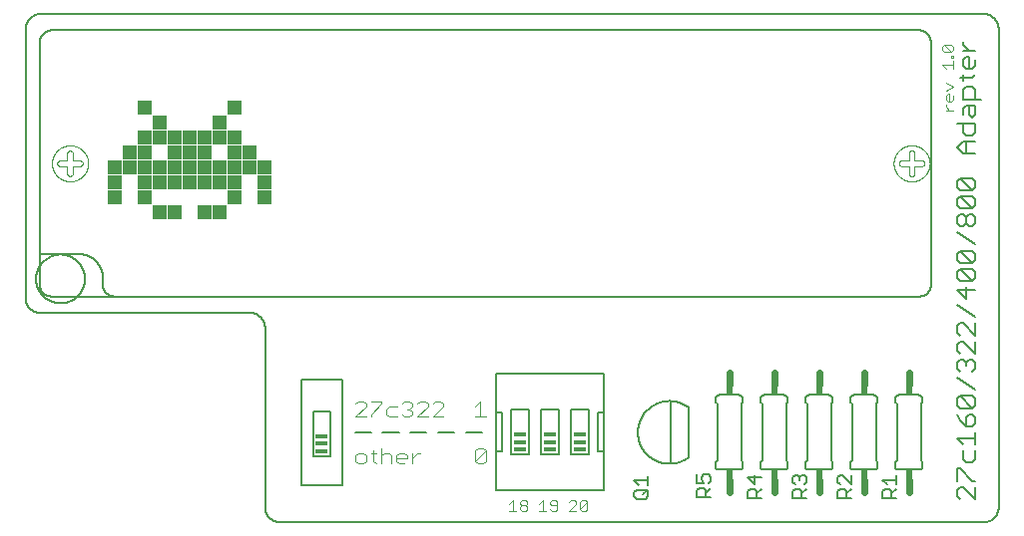
<source format=gto>
G75*
%MOIN*%
%OFA0B0*%
%FSLAX25Y25*%
%IPPOS*%
%LPD*%
%AMOC8*
5,1,8,0,0,1.08239X$1,22.5*
%
%ADD10C,0.00500*%
%ADD11C,0.00300*%
%ADD12C,0.00800*%
%ADD13C,0.00400*%
%ADD14C,0.00796*%
%ADD15R,0.05000X0.05000*%
%ADD16C,0.02400*%
%ADD17C,0.00600*%
%ADD18R,0.02400X0.03400*%
%ADD19R,0.04000X0.01500*%
D10*
X0103347Y0013682D02*
X0117127Y0013682D01*
X0117127Y0049115D01*
X0103347Y0049115D01*
X0103347Y0013682D01*
X0107284Y0023524D02*
X0113190Y0023524D01*
X0113190Y0038288D01*
X0107284Y0038288D01*
X0107284Y0023524D01*
X0107284Y0032382D02*
X0107284Y0038288D01*
X0113190Y0038288D01*
X0113190Y0032382D01*
X0214546Y0015253D02*
X0216047Y0013752D01*
X0215297Y0012151D02*
X0218299Y0012151D01*
X0219050Y0011400D01*
X0219050Y0009899D01*
X0218299Y0009148D01*
X0215297Y0009148D01*
X0214546Y0009899D01*
X0214546Y0011400D01*
X0215297Y0012151D01*
X0217549Y0010650D02*
X0219050Y0012151D01*
X0219050Y0013752D02*
X0219050Y0016755D01*
X0219050Y0015253D02*
X0214546Y0015253D01*
X0226800Y0020910D02*
X0226800Y0025871D01*
X0226800Y0026926D01*
X0226800Y0035871D01*
X0226800Y0036926D01*
X0226800Y0041886D01*
X0232800Y0039646D02*
X0232800Y0023150D01*
X0235546Y0017255D02*
X0235546Y0014252D01*
X0237798Y0014252D01*
X0237047Y0015753D01*
X0237047Y0016504D01*
X0237798Y0017255D01*
X0239299Y0017255D01*
X0240050Y0016504D01*
X0240050Y0015003D01*
X0239299Y0014252D01*
X0240050Y0012651D02*
X0238549Y0011150D01*
X0238549Y0011900D02*
X0238549Y0009648D01*
X0240050Y0009648D02*
X0235546Y0009648D01*
X0235546Y0011900D01*
X0236297Y0012651D01*
X0237798Y0012651D01*
X0238549Y0011900D01*
X0252546Y0011692D02*
X0252546Y0009440D01*
X0257050Y0009440D01*
X0255549Y0009440D02*
X0255549Y0011692D01*
X0254798Y0012443D01*
X0253297Y0012443D01*
X0252546Y0011692D01*
X0255549Y0010942D02*
X0257050Y0012443D01*
X0254798Y0014044D02*
X0254798Y0017047D01*
X0252546Y0016296D02*
X0254798Y0014044D01*
X0257050Y0016296D02*
X0252546Y0016296D01*
X0267546Y0016296D02*
X0267546Y0014795D01*
X0268297Y0014044D01*
X0268297Y0012443D02*
X0269798Y0012443D01*
X0270549Y0011692D01*
X0270549Y0009440D01*
X0272050Y0009440D02*
X0267546Y0009440D01*
X0267546Y0011692D01*
X0268297Y0012443D01*
X0270549Y0010942D02*
X0272050Y0012443D01*
X0271299Y0014044D02*
X0272050Y0014795D01*
X0272050Y0016296D01*
X0271299Y0017047D01*
X0270549Y0017047D01*
X0269798Y0016296D01*
X0269798Y0015546D01*
X0269798Y0016296D02*
X0269047Y0017047D01*
X0268297Y0017047D01*
X0267546Y0016296D01*
X0282546Y0016296D02*
X0282546Y0014795D01*
X0283297Y0014044D01*
X0283297Y0012443D02*
X0284798Y0012443D01*
X0285549Y0011692D01*
X0285549Y0009440D01*
X0287050Y0009440D02*
X0282546Y0009440D01*
X0282546Y0011692D01*
X0283297Y0012443D01*
X0285549Y0010942D02*
X0287050Y0012443D01*
X0287050Y0014044D02*
X0284047Y0017047D01*
X0283297Y0017047D01*
X0282546Y0016296D01*
X0287050Y0017047D02*
X0287050Y0014044D01*
X0297546Y0015546D02*
X0302050Y0015546D01*
X0302050Y0017047D02*
X0302050Y0014044D01*
X0302050Y0012443D02*
X0300549Y0010942D01*
X0300549Y0011692D02*
X0300549Y0009440D01*
X0302050Y0009440D02*
X0297546Y0009440D01*
X0297546Y0011692D01*
X0298297Y0012443D01*
X0299798Y0012443D01*
X0300549Y0011692D01*
X0299047Y0014044D02*
X0297546Y0015546D01*
X0322445Y0015225D02*
X0322445Y0019296D01*
X0323462Y0019296D01*
X0327532Y0015225D01*
X0328550Y0015225D01*
X0328550Y0013218D02*
X0328550Y0009148D01*
X0324480Y0013218D01*
X0323462Y0013218D01*
X0322445Y0012201D01*
X0322445Y0010166D01*
X0323462Y0009148D01*
X0325497Y0021303D02*
X0327532Y0021303D01*
X0328550Y0022320D01*
X0328550Y0025373D01*
X0328550Y0027380D02*
X0328550Y0031450D01*
X0328550Y0029415D02*
X0322445Y0029415D01*
X0324480Y0027380D01*
X0324480Y0025373D02*
X0324480Y0022320D01*
X0325497Y0021303D01*
X0325497Y0033457D02*
X0325497Y0036510D01*
X0326515Y0037527D01*
X0327532Y0037527D01*
X0328550Y0036510D01*
X0328550Y0034475D01*
X0327532Y0033457D01*
X0325497Y0033457D01*
X0323462Y0035492D01*
X0322445Y0037527D01*
X0323462Y0039534D02*
X0322445Y0040552D01*
X0322445Y0042587D01*
X0323462Y0043604D01*
X0327532Y0039534D01*
X0328550Y0040552D01*
X0328550Y0042587D01*
X0327532Y0043604D01*
X0323462Y0043604D01*
X0328550Y0045611D02*
X0322445Y0049682D01*
X0323462Y0051689D02*
X0322445Y0052706D01*
X0322445Y0054741D01*
X0323462Y0055759D01*
X0324480Y0055759D01*
X0325497Y0054741D01*
X0326515Y0055759D01*
X0327532Y0055759D01*
X0328550Y0054741D01*
X0328550Y0052706D01*
X0327532Y0051689D01*
X0325497Y0053724D02*
X0325497Y0054741D01*
X0323462Y0057766D02*
X0322445Y0058783D01*
X0322445Y0060818D01*
X0323462Y0061836D01*
X0324480Y0061836D01*
X0328550Y0057766D01*
X0328550Y0061836D01*
X0328550Y0063843D02*
X0324480Y0067913D01*
X0323462Y0067913D01*
X0322445Y0066896D01*
X0322445Y0064860D01*
X0323462Y0063843D01*
X0328550Y0063843D02*
X0328550Y0067913D01*
X0328550Y0069920D02*
X0322445Y0073990D01*
X0325497Y0075997D02*
X0325497Y0080067D01*
X0323462Y0082075D02*
X0322445Y0083092D01*
X0322445Y0085127D01*
X0323462Y0086145D01*
X0327532Y0082075D01*
X0328550Y0083092D01*
X0328550Y0085127D01*
X0327532Y0086145D01*
X0323462Y0086145D01*
X0323462Y0088152D02*
X0322445Y0089169D01*
X0322445Y0091204D01*
X0323462Y0092222D01*
X0327532Y0088152D01*
X0328550Y0089169D01*
X0328550Y0091204D01*
X0327532Y0092222D01*
X0323462Y0092222D01*
X0323462Y0088152D02*
X0327532Y0088152D01*
X0328550Y0094229D02*
X0322445Y0098299D01*
X0323462Y0100306D02*
X0324480Y0100306D01*
X0325497Y0101324D01*
X0325497Y0103359D01*
X0326515Y0104376D01*
X0327532Y0104376D01*
X0328550Y0103359D01*
X0328550Y0101324D01*
X0327532Y0100306D01*
X0326515Y0100306D01*
X0325497Y0101324D01*
X0325497Y0103359D02*
X0324480Y0104376D01*
X0323462Y0104376D01*
X0322445Y0103359D01*
X0322445Y0101324D01*
X0323462Y0100306D01*
X0323462Y0106383D02*
X0322445Y0107401D01*
X0322445Y0109436D01*
X0323462Y0110453D01*
X0327532Y0106383D01*
X0328550Y0107401D01*
X0328550Y0109436D01*
X0327532Y0110453D01*
X0323462Y0110453D01*
X0323462Y0112460D02*
X0322445Y0113478D01*
X0322445Y0115513D01*
X0323462Y0116531D01*
X0327532Y0112460D01*
X0328550Y0113478D01*
X0328550Y0115513D01*
X0327532Y0116531D01*
X0323462Y0116531D01*
X0323462Y0112460D02*
X0327532Y0112460D01*
X0327532Y0106383D02*
X0323462Y0106383D01*
X0324480Y0124615D02*
X0322445Y0126650D01*
X0324480Y0128685D01*
X0328550Y0128685D01*
X0327532Y0130692D02*
X0325497Y0130692D01*
X0324480Y0131710D01*
X0324480Y0134762D01*
X0322445Y0134762D02*
X0328550Y0134762D01*
X0328550Y0131710D01*
X0327532Y0130692D01*
X0325497Y0128685D02*
X0325497Y0124615D01*
X0324480Y0124615D02*
X0328550Y0124615D01*
X0327532Y0136769D02*
X0326515Y0137787D01*
X0326515Y0140839D01*
X0325497Y0140839D02*
X0328550Y0140839D01*
X0328550Y0137787D01*
X0327532Y0136769D01*
X0324480Y0137787D02*
X0324480Y0139822D01*
X0325497Y0140839D01*
X0324480Y0142846D02*
X0324480Y0145899D01*
X0325497Y0146917D01*
X0327532Y0146917D01*
X0328550Y0145899D01*
X0328550Y0142846D01*
X0330585Y0142846D02*
X0324480Y0142846D01*
X0324480Y0148924D02*
X0324480Y0150959D01*
X0323462Y0149941D02*
X0327532Y0149941D01*
X0328550Y0150959D01*
X0327532Y0152975D02*
X0325497Y0152975D01*
X0324480Y0153993D01*
X0324480Y0156028D01*
X0325497Y0157045D01*
X0326515Y0157045D01*
X0326515Y0152975D01*
X0327532Y0152975D02*
X0328550Y0153993D01*
X0328550Y0156028D01*
X0328550Y0159052D02*
X0324480Y0159052D01*
X0326515Y0159052D02*
X0324480Y0161087D01*
X0324480Y0162105D01*
X0323462Y0082075D02*
X0327532Y0082075D01*
X0328550Y0079050D02*
X0322445Y0079050D01*
X0325497Y0075997D01*
X0327532Y0039534D02*
X0323462Y0039534D01*
X0221828Y0040898D02*
X0221598Y0040786D01*
X0221371Y0040669D01*
X0221147Y0040547D01*
X0220926Y0040419D01*
X0220709Y0040285D01*
X0220494Y0040147D01*
X0220283Y0040003D01*
X0220076Y0039854D01*
X0219872Y0039700D01*
X0219672Y0039542D01*
X0219476Y0039378D01*
X0219284Y0039210D01*
X0219096Y0039037D01*
X0218912Y0038859D01*
X0218733Y0038678D01*
X0218558Y0038491D01*
X0218388Y0038301D01*
X0218223Y0038107D01*
X0218062Y0037908D01*
X0217906Y0037706D01*
X0217755Y0037500D01*
X0217609Y0037290D01*
X0217469Y0037077D01*
X0217333Y0036861D01*
X0217203Y0036641D01*
X0217078Y0036418D01*
X0216959Y0036193D01*
X0216845Y0035964D01*
X0216737Y0035733D01*
X0216634Y0035499D01*
X0216537Y0035263D01*
X0216446Y0035024D01*
X0216361Y0034784D01*
X0216281Y0034541D01*
X0216208Y0034296D01*
X0216140Y0034050D01*
X0216079Y0033802D01*
X0216024Y0033553D01*
X0215974Y0033303D01*
X0215931Y0033051D01*
X0215894Y0032798D01*
X0215863Y0032545D01*
X0215838Y0032291D01*
X0215819Y0032036D01*
X0215807Y0031781D01*
X0215801Y0031526D01*
X0215801Y0031270D01*
X0215807Y0031015D01*
X0215819Y0030760D01*
X0215838Y0030505D01*
X0215863Y0030251D01*
X0215894Y0029998D01*
X0215931Y0029745D01*
X0215974Y0029493D01*
X0216024Y0029243D01*
X0216079Y0028994D01*
X0216140Y0028746D01*
X0216208Y0028500D01*
X0216281Y0028255D01*
X0216361Y0028012D01*
X0216446Y0027772D01*
X0216537Y0027533D01*
X0216634Y0027297D01*
X0216737Y0027063D01*
X0216845Y0026832D01*
X0216959Y0026603D01*
X0217078Y0026378D01*
X0217203Y0026155D01*
X0217333Y0025935D01*
X0217469Y0025719D01*
X0217609Y0025506D01*
X0217755Y0025296D01*
X0217906Y0025090D01*
X0218062Y0024888D01*
X0218223Y0024689D01*
X0218388Y0024495D01*
X0218558Y0024305D01*
X0218733Y0024118D01*
X0218912Y0023937D01*
X0219096Y0023759D01*
X0219284Y0023586D01*
X0219476Y0023418D01*
X0219672Y0023254D01*
X0219872Y0023096D01*
X0220076Y0022942D01*
X0220283Y0022793D01*
X0220494Y0022649D01*
X0220709Y0022511D01*
X0220926Y0022377D01*
X0221147Y0022249D01*
X0221371Y0022127D01*
X0221598Y0022010D01*
X0221828Y0021898D01*
X0230772Y0021896D02*
X0230987Y0022000D01*
X0231200Y0022109D01*
X0231410Y0022223D01*
X0231617Y0022342D01*
X0231822Y0022465D01*
X0232024Y0022593D01*
X0232223Y0022726D01*
X0232418Y0022863D01*
X0232611Y0023004D01*
X0232800Y0023150D01*
X0230772Y0021898D02*
X0230539Y0021792D01*
X0230302Y0021691D01*
X0230064Y0021596D01*
X0229823Y0021507D01*
X0229581Y0021424D01*
X0229336Y0021346D01*
X0229089Y0021275D01*
X0228841Y0021210D01*
X0228591Y0021151D01*
X0228340Y0021098D01*
X0228088Y0021051D01*
X0227834Y0021011D01*
X0227580Y0020976D01*
X0227325Y0020948D01*
X0227069Y0020926D01*
X0226813Y0020911D01*
X0226557Y0020901D01*
X0226300Y0020898D01*
X0226043Y0020901D01*
X0225787Y0020911D01*
X0225531Y0020926D01*
X0225275Y0020948D01*
X0225020Y0020976D01*
X0224766Y0021011D01*
X0224512Y0021051D01*
X0224260Y0021098D01*
X0224009Y0021151D01*
X0223759Y0021210D01*
X0223511Y0021275D01*
X0223264Y0021346D01*
X0223019Y0021424D01*
X0222777Y0021507D01*
X0222536Y0021596D01*
X0222298Y0021691D01*
X0222061Y0021792D01*
X0221828Y0021898D01*
X0221828Y0040898D02*
X0222061Y0041004D01*
X0222298Y0041105D01*
X0222536Y0041200D01*
X0222777Y0041289D01*
X0223019Y0041372D01*
X0223264Y0041450D01*
X0223511Y0041521D01*
X0223759Y0041586D01*
X0224009Y0041645D01*
X0224260Y0041698D01*
X0224512Y0041745D01*
X0224766Y0041785D01*
X0225020Y0041820D01*
X0225275Y0041848D01*
X0225531Y0041870D01*
X0225787Y0041885D01*
X0226043Y0041895D01*
X0226300Y0041898D01*
X0226557Y0041895D01*
X0226813Y0041885D01*
X0227069Y0041870D01*
X0227325Y0041848D01*
X0227580Y0041820D01*
X0227834Y0041785D01*
X0228088Y0041745D01*
X0228340Y0041698D01*
X0228591Y0041645D01*
X0228841Y0041586D01*
X0229089Y0041521D01*
X0229336Y0041450D01*
X0229581Y0041372D01*
X0229823Y0041289D01*
X0230064Y0041200D01*
X0230302Y0041105D01*
X0230539Y0041004D01*
X0230772Y0040898D01*
X0230678Y0040944D02*
X0230903Y0040837D01*
X0231126Y0040725D01*
X0231346Y0040608D01*
X0231563Y0040486D01*
X0231778Y0040358D01*
X0231989Y0040225D01*
X0232197Y0040088D01*
X0232401Y0039945D01*
X0232603Y0039798D01*
X0232800Y0039646D01*
D11*
X0198919Y0008134D02*
X0198302Y0008751D01*
X0197067Y0008751D01*
X0196450Y0008134D01*
X0196450Y0005665D01*
X0198919Y0008134D01*
X0198919Y0005665D01*
X0198302Y0005048D01*
X0197067Y0005048D01*
X0196450Y0005665D01*
X0195236Y0005048D02*
X0192767Y0005048D01*
X0195236Y0007517D01*
X0195236Y0008134D01*
X0194618Y0008751D01*
X0193384Y0008751D01*
X0192767Y0008134D01*
X0188919Y0008134D02*
X0188919Y0005665D01*
X0188302Y0005048D01*
X0187067Y0005048D01*
X0186450Y0005665D01*
X0185236Y0005048D02*
X0182767Y0005048D01*
X0184001Y0005048D02*
X0184001Y0008751D01*
X0182767Y0007517D01*
X0186450Y0007517D02*
X0187067Y0006900D01*
X0188919Y0006900D01*
X0188919Y0008134D02*
X0188302Y0008751D01*
X0187067Y0008751D01*
X0186450Y0008134D01*
X0186450Y0007517D01*
X0178919Y0007517D02*
X0178302Y0006900D01*
X0177067Y0006900D01*
X0176450Y0007517D01*
X0176450Y0008134D01*
X0177067Y0008751D01*
X0178302Y0008751D01*
X0178919Y0008134D01*
X0178919Y0007517D01*
X0178302Y0006900D02*
X0178919Y0006283D01*
X0178919Y0005665D01*
X0178302Y0005048D01*
X0177067Y0005048D01*
X0176450Y0005665D01*
X0176450Y0006283D01*
X0177067Y0006900D01*
X0175236Y0005048D02*
X0172767Y0005048D01*
X0174001Y0005048D02*
X0174001Y0008751D01*
X0172767Y0007517D01*
X0318681Y0139048D02*
X0321150Y0139048D01*
X0319916Y0139048D02*
X0318681Y0140283D01*
X0318681Y0140900D01*
X0319298Y0142118D02*
X0318681Y0142735D01*
X0318681Y0143969D01*
X0319298Y0144586D01*
X0319916Y0144586D01*
X0319916Y0142118D01*
X0320533Y0142118D02*
X0319298Y0142118D01*
X0320533Y0142118D02*
X0321150Y0142735D01*
X0321150Y0143969D01*
X0321150Y0147035D02*
X0318681Y0145801D01*
X0318681Y0148269D02*
X0321150Y0147035D01*
X0321150Y0153167D02*
X0321150Y0155636D01*
X0321150Y0156850D02*
X0321150Y0157467D01*
X0320533Y0157467D01*
X0320533Y0156850D01*
X0321150Y0156850D01*
X0320533Y0158692D02*
X0318064Y0161160D01*
X0320533Y0161160D01*
X0321150Y0160543D01*
X0321150Y0159309D01*
X0320533Y0158692D01*
X0318064Y0158692D01*
X0317447Y0159309D01*
X0317447Y0160543D01*
X0318064Y0161160D01*
X0317447Y0154401D02*
X0321150Y0154401D01*
X0318681Y0153167D02*
X0317447Y0154401D01*
D12*
X0313662Y0161989D02*
X0313662Y0080808D01*
X0313660Y0080684D01*
X0313654Y0080561D01*
X0313645Y0080437D01*
X0313631Y0080315D01*
X0313614Y0080192D01*
X0313592Y0080070D01*
X0313567Y0079949D01*
X0313538Y0079829D01*
X0313506Y0079710D01*
X0313469Y0079591D01*
X0313429Y0079474D01*
X0313386Y0079359D01*
X0313338Y0079244D01*
X0313287Y0079132D01*
X0313233Y0079021D01*
X0313175Y0078911D01*
X0313114Y0078804D01*
X0313049Y0078698D01*
X0312981Y0078595D01*
X0312910Y0078494D01*
X0312836Y0078395D01*
X0312759Y0078298D01*
X0312678Y0078204D01*
X0312595Y0078113D01*
X0312509Y0078024D01*
X0312420Y0077938D01*
X0312329Y0077855D01*
X0312235Y0077774D01*
X0312138Y0077697D01*
X0312039Y0077623D01*
X0311938Y0077552D01*
X0311835Y0077484D01*
X0311729Y0077419D01*
X0311622Y0077358D01*
X0311512Y0077300D01*
X0311401Y0077246D01*
X0311289Y0077195D01*
X0311174Y0077147D01*
X0311059Y0077104D01*
X0310942Y0077064D01*
X0310823Y0077027D01*
X0310704Y0076995D01*
X0310584Y0076966D01*
X0310463Y0076941D01*
X0310341Y0076919D01*
X0310218Y0076902D01*
X0310096Y0076888D01*
X0309972Y0076879D01*
X0309849Y0076873D01*
X0309725Y0076871D01*
X0019961Y0076871D01*
X0019837Y0076873D01*
X0019714Y0076879D01*
X0019590Y0076888D01*
X0019468Y0076902D01*
X0019345Y0076919D01*
X0019223Y0076941D01*
X0019102Y0076966D01*
X0018982Y0076995D01*
X0018863Y0077027D01*
X0018744Y0077064D01*
X0018627Y0077104D01*
X0018512Y0077147D01*
X0018397Y0077195D01*
X0018285Y0077246D01*
X0018174Y0077300D01*
X0018064Y0077358D01*
X0017957Y0077419D01*
X0017851Y0077484D01*
X0017748Y0077552D01*
X0017647Y0077623D01*
X0017548Y0077697D01*
X0017451Y0077774D01*
X0017357Y0077855D01*
X0017266Y0077938D01*
X0017177Y0078024D01*
X0017091Y0078113D01*
X0017008Y0078204D01*
X0016927Y0078298D01*
X0016850Y0078395D01*
X0016776Y0078494D01*
X0016705Y0078595D01*
X0016637Y0078698D01*
X0016572Y0078804D01*
X0016511Y0078911D01*
X0016453Y0079021D01*
X0016399Y0079132D01*
X0016348Y0079244D01*
X0016300Y0079359D01*
X0016257Y0079474D01*
X0016217Y0079591D01*
X0016180Y0079710D01*
X0016148Y0079829D01*
X0016119Y0079949D01*
X0016094Y0080070D01*
X0016072Y0080192D01*
X0016055Y0080315D01*
X0016041Y0080437D01*
X0016032Y0080561D01*
X0016026Y0080684D01*
X0016024Y0080808D01*
X0016024Y0161989D01*
X0016026Y0162113D01*
X0016032Y0162236D01*
X0016041Y0162360D01*
X0016055Y0162482D01*
X0016072Y0162605D01*
X0016094Y0162727D01*
X0016119Y0162848D01*
X0016148Y0162968D01*
X0016180Y0163087D01*
X0016217Y0163206D01*
X0016257Y0163323D01*
X0016300Y0163438D01*
X0016348Y0163553D01*
X0016399Y0163665D01*
X0016453Y0163776D01*
X0016511Y0163886D01*
X0016572Y0163993D01*
X0016637Y0164099D01*
X0016705Y0164202D01*
X0016776Y0164303D01*
X0016850Y0164402D01*
X0016927Y0164499D01*
X0017008Y0164593D01*
X0017091Y0164684D01*
X0017177Y0164773D01*
X0017266Y0164859D01*
X0017357Y0164942D01*
X0017451Y0165023D01*
X0017548Y0165100D01*
X0017647Y0165174D01*
X0017748Y0165245D01*
X0017851Y0165313D01*
X0017957Y0165378D01*
X0018064Y0165439D01*
X0018174Y0165497D01*
X0018285Y0165551D01*
X0018397Y0165602D01*
X0018512Y0165650D01*
X0018627Y0165693D01*
X0018744Y0165733D01*
X0018863Y0165770D01*
X0018982Y0165802D01*
X0019102Y0165831D01*
X0019223Y0165856D01*
X0019345Y0165878D01*
X0019468Y0165895D01*
X0019590Y0165909D01*
X0019714Y0165918D01*
X0019837Y0165924D01*
X0019961Y0165926D01*
X0309725Y0165926D01*
X0309849Y0165924D01*
X0309972Y0165918D01*
X0310096Y0165909D01*
X0310218Y0165895D01*
X0310341Y0165878D01*
X0310463Y0165856D01*
X0310584Y0165831D01*
X0310704Y0165802D01*
X0310823Y0165770D01*
X0310942Y0165733D01*
X0311059Y0165693D01*
X0311174Y0165650D01*
X0311289Y0165602D01*
X0311401Y0165551D01*
X0311512Y0165497D01*
X0311622Y0165439D01*
X0311729Y0165378D01*
X0311835Y0165313D01*
X0311938Y0165245D01*
X0312039Y0165174D01*
X0312138Y0165100D01*
X0312235Y0165023D01*
X0312329Y0164942D01*
X0312420Y0164859D01*
X0312509Y0164773D01*
X0312595Y0164684D01*
X0312678Y0164593D01*
X0312759Y0164499D01*
X0312836Y0164402D01*
X0312910Y0164303D01*
X0312981Y0164202D01*
X0313049Y0164099D01*
X0313114Y0163993D01*
X0313175Y0163886D01*
X0313233Y0163776D01*
X0313287Y0163665D01*
X0313338Y0163553D01*
X0313386Y0163438D01*
X0313429Y0163323D01*
X0313469Y0163206D01*
X0313506Y0163087D01*
X0313538Y0162968D01*
X0313567Y0162848D01*
X0313592Y0162727D01*
X0313614Y0162605D01*
X0313631Y0162482D01*
X0313645Y0162360D01*
X0313654Y0162236D01*
X0313660Y0162113D01*
X0313662Y0161989D01*
X0163800Y0031398D02*
X0158450Y0031398D01*
X0154513Y0031398D02*
X0149162Y0031398D01*
X0145225Y0031398D02*
X0139875Y0031398D01*
X0135938Y0031398D02*
X0130587Y0031398D01*
X0126650Y0031398D02*
X0121300Y0031398D01*
X0041260Y0076871D02*
X0041137Y0076867D01*
X0041015Y0076866D01*
X0040892Y0076870D01*
X0040769Y0076877D01*
X0040647Y0076889D01*
X0040525Y0076904D01*
X0040404Y0076922D01*
X0040283Y0076945D01*
X0040163Y0076971D01*
X0040044Y0077001D01*
X0039926Y0077035D01*
X0039809Y0077072D01*
X0039694Y0077113D01*
X0039579Y0077158D01*
X0039466Y0077206D01*
X0039355Y0077258D01*
X0039245Y0077313D01*
X0039137Y0077371D01*
X0039031Y0077433D01*
X0038927Y0077498D01*
X0038825Y0077566D01*
X0038725Y0077638D01*
X0038628Y0077712D01*
X0038532Y0077790D01*
X0038440Y0077870D01*
X0038349Y0077953D01*
X0038262Y0078039D01*
X0038177Y0078128D01*
X0038095Y0078220D01*
X0038016Y0078313D01*
X0037940Y0078410D01*
X0037866Y0078508D01*
X0037796Y0078609D01*
X0037729Y0078712D01*
X0037666Y0078817D01*
X0037605Y0078924D01*
X0037548Y0079033D01*
X0037495Y0079143D01*
X0037445Y0079255D01*
X0037398Y0079369D01*
X0037355Y0079484D01*
X0037316Y0079600D01*
X0037280Y0079717D01*
X0037248Y0079836D01*
X0037219Y0079955D01*
X0037195Y0080076D01*
X0037174Y0080197D01*
X0037157Y0080318D01*
X0037143Y0080440D01*
X0037134Y0080563D01*
X0037128Y0080685D01*
X0037126Y0080808D01*
X0037127Y0080808D02*
X0037127Y0083367D01*
X0037126Y0083367D02*
X0037119Y0083560D01*
X0037107Y0083753D01*
X0037091Y0083946D01*
X0037069Y0084138D01*
X0037043Y0084329D01*
X0037012Y0084520D01*
X0036977Y0084710D01*
X0036936Y0084899D01*
X0036892Y0085087D01*
X0036842Y0085273D01*
X0036788Y0085459D01*
X0036730Y0085643D01*
X0036667Y0085826D01*
X0036600Y0086007D01*
X0036528Y0086186D01*
X0036452Y0086364D01*
X0036371Y0086539D01*
X0036286Y0086713D01*
X0036197Y0086884D01*
X0036104Y0087054D01*
X0036006Y0087221D01*
X0035905Y0087385D01*
X0035800Y0087547D01*
X0035690Y0087706D01*
X0035577Y0087863D01*
X0035460Y0088016D01*
X0035339Y0088167D01*
X0035215Y0088315D01*
X0035087Y0088460D01*
X0034955Y0088601D01*
X0034820Y0088739D01*
X0034682Y0088874D01*
X0034540Y0089006D01*
X0034395Y0089134D01*
X0034247Y0089258D01*
X0034096Y0089379D01*
X0033943Y0089496D01*
X0033786Y0089609D01*
X0033627Y0089718D01*
X0033465Y0089823D01*
X0033300Y0089925D01*
X0033133Y0090022D01*
X0032964Y0090115D01*
X0032792Y0090204D01*
X0032619Y0090289D01*
X0032443Y0090369D01*
X0032266Y0090445D01*
X0032086Y0090517D01*
X0031905Y0090584D01*
X0031722Y0090647D01*
X0031538Y0090705D01*
X0031353Y0090759D01*
X0031166Y0090808D01*
X0030978Y0090853D01*
X0030789Y0090893D01*
X0030599Y0090928D01*
X0030408Y0090959D01*
X0030216Y0090985D01*
X0030024Y0091006D01*
X0029832Y0091023D01*
X0029639Y0091035D01*
X0029446Y0091042D01*
X0029253Y0091044D01*
X0016457Y0091044D01*
X0014797Y0082776D02*
X0014799Y0082976D01*
X0014807Y0083176D01*
X0014819Y0083376D01*
X0014836Y0083576D01*
X0014858Y0083775D01*
X0014885Y0083973D01*
X0014917Y0084171D01*
X0014954Y0084367D01*
X0014995Y0084563D01*
X0015041Y0084758D01*
X0015092Y0084952D01*
X0015148Y0085144D01*
X0015209Y0085335D01*
X0015274Y0085524D01*
X0015344Y0085712D01*
X0015418Y0085898D01*
X0015497Y0086082D01*
X0015580Y0086264D01*
X0015668Y0086443D01*
X0015760Y0086621D01*
X0015857Y0086797D01*
X0015958Y0086970D01*
X0016063Y0087140D01*
X0016172Y0087308D01*
X0016285Y0087473D01*
X0016402Y0087635D01*
X0016523Y0087794D01*
X0016649Y0087951D01*
X0016777Y0088104D01*
X0016910Y0088254D01*
X0017046Y0088401D01*
X0017186Y0088544D01*
X0017329Y0088684D01*
X0017476Y0088820D01*
X0017626Y0088953D01*
X0017779Y0089081D01*
X0017936Y0089207D01*
X0018095Y0089328D01*
X0018257Y0089445D01*
X0018422Y0089558D01*
X0018590Y0089667D01*
X0018760Y0089772D01*
X0018933Y0089873D01*
X0019109Y0089970D01*
X0019287Y0090062D01*
X0019466Y0090150D01*
X0019648Y0090233D01*
X0019832Y0090312D01*
X0020018Y0090386D01*
X0020206Y0090456D01*
X0020395Y0090521D01*
X0020586Y0090582D01*
X0020778Y0090638D01*
X0020972Y0090689D01*
X0021167Y0090735D01*
X0021363Y0090776D01*
X0021559Y0090813D01*
X0021757Y0090845D01*
X0021955Y0090872D01*
X0022154Y0090894D01*
X0022354Y0090911D01*
X0022554Y0090923D01*
X0022754Y0090931D01*
X0022954Y0090933D01*
X0023154Y0090931D01*
X0023354Y0090923D01*
X0023554Y0090911D01*
X0023754Y0090894D01*
X0023953Y0090872D01*
X0024151Y0090845D01*
X0024349Y0090813D01*
X0024545Y0090776D01*
X0024741Y0090735D01*
X0024936Y0090689D01*
X0025130Y0090638D01*
X0025322Y0090582D01*
X0025513Y0090521D01*
X0025702Y0090456D01*
X0025890Y0090386D01*
X0026076Y0090312D01*
X0026260Y0090233D01*
X0026442Y0090150D01*
X0026621Y0090062D01*
X0026799Y0089970D01*
X0026975Y0089873D01*
X0027148Y0089772D01*
X0027318Y0089667D01*
X0027486Y0089558D01*
X0027651Y0089445D01*
X0027813Y0089328D01*
X0027972Y0089207D01*
X0028129Y0089081D01*
X0028282Y0088953D01*
X0028432Y0088820D01*
X0028579Y0088684D01*
X0028722Y0088544D01*
X0028862Y0088401D01*
X0028998Y0088254D01*
X0029131Y0088104D01*
X0029259Y0087951D01*
X0029385Y0087794D01*
X0029506Y0087635D01*
X0029623Y0087473D01*
X0029736Y0087308D01*
X0029845Y0087140D01*
X0029950Y0086970D01*
X0030051Y0086797D01*
X0030148Y0086621D01*
X0030240Y0086443D01*
X0030328Y0086264D01*
X0030411Y0086082D01*
X0030490Y0085898D01*
X0030564Y0085712D01*
X0030634Y0085524D01*
X0030699Y0085335D01*
X0030760Y0085144D01*
X0030816Y0084952D01*
X0030867Y0084758D01*
X0030913Y0084563D01*
X0030954Y0084367D01*
X0030991Y0084171D01*
X0031023Y0083973D01*
X0031050Y0083775D01*
X0031072Y0083576D01*
X0031089Y0083376D01*
X0031101Y0083176D01*
X0031109Y0082976D01*
X0031111Y0082776D01*
X0031109Y0082576D01*
X0031101Y0082376D01*
X0031089Y0082176D01*
X0031072Y0081976D01*
X0031050Y0081777D01*
X0031023Y0081579D01*
X0030991Y0081381D01*
X0030954Y0081185D01*
X0030913Y0080989D01*
X0030867Y0080794D01*
X0030816Y0080600D01*
X0030760Y0080408D01*
X0030699Y0080217D01*
X0030634Y0080028D01*
X0030564Y0079840D01*
X0030490Y0079654D01*
X0030411Y0079470D01*
X0030328Y0079288D01*
X0030240Y0079109D01*
X0030148Y0078931D01*
X0030051Y0078755D01*
X0029950Y0078582D01*
X0029845Y0078412D01*
X0029736Y0078244D01*
X0029623Y0078079D01*
X0029506Y0077917D01*
X0029385Y0077758D01*
X0029259Y0077601D01*
X0029131Y0077448D01*
X0028998Y0077298D01*
X0028862Y0077151D01*
X0028722Y0077008D01*
X0028579Y0076868D01*
X0028432Y0076732D01*
X0028282Y0076599D01*
X0028129Y0076471D01*
X0027972Y0076345D01*
X0027813Y0076224D01*
X0027651Y0076107D01*
X0027486Y0075994D01*
X0027318Y0075885D01*
X0027148Y0075780D01*
X0026975Y0075679D01*
X0026799Y0075582D01*
X0026621Y0075490D01*
X0026442Y0075402D01*
X0026260Y0075319D01*
X0026076Y0075240D01*
X0025890Y0075166D01*
X0025702Y0075096D01*
X0025513Y0075031D01*
X0025322Y0074970D01*
X0025130Y0074914D01*
X0024936Y0074863D01*
X0024741Y0074817D01*
X0024545Y0074776D01*
X0024349Y0074739D01*
X0024151Y0074707D01*
X0023953Y0074680D01*
X0023754Y0074658D01*
X0023554Y0074641D01*
X0023354Y0074629D01*
X0023154Y0074621D01*
X0022954Y0074619D01*
X0022754Y0074621D01*
X0022554Y0074629D01*
X0022354Y0074641D01*
X0022154Y0074658D01*
X0021955Y0074680D01*
X0021757Y0074707D01*
X0021559Y0074739D01*
X0021363Y0074776D01*
X0021167Y0074817D01*
X0020972Y0074863D01*
X0020778Y0074914D01*
X0020586Y0074970D01*
X0020395Y0075031D01*
X0020206Y0075096D01*
X0020018Y0075166D01*
X0019832Y0075240D01*
X0019648Y0075319D01*
X0019466Y0075402D01*
X0019287Y0075490D01*
X0019109Y0075582D01*
X0018933Y0075679D01*
X0018760Y0075780D01*
X0018590Y0075885D01*
X0018422Y0075994D01*
X0018257Y0076107D01*
X0018095Y0076224D01*
X0017936Y0076345D01*
X0017779Y0076471D01*
X0017626Y0076599D01*
X0017476Y0076732D01*
X0017329Y0076868D01*
X0017186Y0077008D01*
X0017046Y0077151D01*
X0016910Y0077298D01*
X0016777Y0077448D01*
X0016649Y0077601D01*
X0016523Y0077758D01*
X0016402Y0077917D01*
X0016285Y0078079D01*
X0016172Y0078244D01*
X0016063Y0078412D01*
X0015958Y0078582D01*
X0015857Y0078755D01*
X0015760Y0078931D01*
X0015668Y0079109D01*
X0015580Y0079288D01*
X0015497Y0079470D01*
X0015418Y0079654D01*
X0015344Y0079840D01*
X0015274Y0080028D01*
X0015209Y0080217D01*
X0015148Y0080408D01*
X0015092Y0080600D01*
X0015041Y0080794D01*
X0014995Y0080989D01*
X0014954Y0081185D01*
X0014917Y0081381D01*
X0014885Y0081579D01*
X0014858Y0081777D01*
X0014836Y0081976D01*
X0014819Y0082176D01*
X0014807Y0082376D01*
X0014799Y0082576D01*
X0014797Y0082776D01*
D13*
X0025237Y0118052D02*
X0025237Y0120217D01*
X0025198Y0120217D02*
X0025196Y0120248D01*
X0025191Y0120278D01*
X0025183Y0120308D01*
X0025171Y0120337D01*
X0025156Y0120364D01*
X0025138Y0120389D01*
X0025117Y0120412D01*
X0025094Y0120433D01*
X0025069Y0120451D01*
X0025042Y0120466D01*
X0025013Y0120478D01*
X0024983Y0120486D01*
X0024953Y0120491D01*
X0024922Y0120493D01*
X0022796Y0120493D01*
X0021890Y0121398D02*
X0021892Y0121457D01*
X0021898Y0121516D01*
X0021907Y0121575D01*
X0021921Y0121632D01*
X0021938Y0121689D01*
X0021959Y0121745D01*
X0021983Y0121799D01*
X0022011Y0121851D01*
X0022043Y0121901D01*
X0022077Y0121950D01*
X0022115Y0121995D01*
X0022155Y0122039D01*
X0022199Y0122079D01*
X0022244Y0122117D01*
X0022293Y0122151D01*
X0022343Y0122183D01*
X0022395Y0122211D01*
X0022449Y0122235D01*
X0022505Y0122256D01*
X0022562Y0122273D01*
X0022619Y0122287D01*
X0022678Y0122296D01*
X0022737Y0122302D01*
X0022796Y0122304D01*
X0024961Y0122304D01*
X0024961Y0122303D02*
X0024992Y0122305D01*
X0025022Y0122310D01*
X0025052Y0122318D01*
X0025081Y0122330D01*
X0025108Y0122345D01*
X0025133Y0122363D01*
X0025156Y0122384D01*
X0025177Y0122407D01*
X0025195Y0122432D01*
X0025210Y0122459D01*
X0025222Y0122488D01*
X0025230Y0122518D01*
X0025235Y0122548D01*
X0025237Y0122579D01*
X0025237Y0122619D02*
X0025237Y0124745D01*
X0026143Y0125651D02*
X0026202Y0125649D01*
X0026261Y0125643D01*
X0026320Y0125634D01*
X0026377Y0125620D01*
X0026434Y0125603D01*
X0026490Y0125582D01*
X0026544Y0125558D01*
X0026596Y0125530D01*
X0026646Y0125498D01*
X0026695Y0125464D01*
X0026740Y0125426D01*
X0026784Y0125386D01*
X0026824Y0125342D01*
X0026862Y0125297D01*
X0026896Y0125248D01*
X0026928Y0125198D01*
X0026956Y0125146D01*
X0026980Y0125092D01*
X0027001Y0125036D01*
X0027018Y0124979D01*
X0027032Y0124922D01*
X0027041Y0124863D01*
X0027047Y0124804D01*
X0027049Y0124745D01*
X0027048Y0124745D02*
X0027048Y0122579D01*
X0027050Y0122548D01*
X0027055Y0122518D01*
X0027063Y0122488D01*
X0027075Y0122459D01*
X0027090Y0122432D01*
X0027108Y0122407D01*
X0027129Y0122384D01*
X0027152Y0122363D01*
X0027177Y0122345D01*
X0027204Y0122330D01*
X0027233Y0122318D01*
X0027263Y0122310D01*
X0027293Y0122305D01*
X0027324Y0122303D01*
X0027363Y0122304D02*
X0029489Y0122304D01*
X0030395Y0121398D02*
X0030393Y0121339D01*
X0030387Y0121280D01*
X0030378Y0121221D01*
X0030364Y0121164D01*
X0030347Y0121107D01*
X0030326Y0121051D01*
X0030302Y0120997D01*
X0030274Y0120945D01*
X0030242Y0120895D01*
X0030208Y0120846D01*
X0030170Y0120801D01*
X0030130Y0120757D01*
X0030086Y0120717D01*
X0030041Y0120679D01*
X0029992Y0120645D01*
X0029942Y0120613D01*
X0029890Y0120585D01*
X0029836Y0120561D01*
X0029780Y0120540D01*
X0029723Y0120523D01*
X0029666Y0120509D01*
X0029607Y0120500D01*
X0029548Y0120494D01*
X0029489Y0120492D01*
X0029489Y0120493D02*
X0027324Y0120493D01*
X0027293Y0120491D01*
X0027263Y0120486D01*
X0027233Y0120478D01*
X0027204Y0120466D01*
X0027177Y0120451D01*
X0027152Y0120433D01*
X0027129Y0120412D01*
X0027108Y0120389D01*
X0027090Y0120364D01*
X0027075Y0120337D01*
X0027063Y0120308D01*
X0027055Y0120278D01*
X0027050Y0120248D01*
X0027048Y0120217D01*
X0027048Y0120178D02*
X0027048Y0118052D01*
X0026143Y0117146D02*
X0026084Y0117148D01*
X0026025Y0117154D01*
X0025966Y0117163D01*
X0025909Y0117177D01*
X0025852Y0117194D01*
X0025796Y0117215D01*
X0025742Y0117239D01*
X0025690Y0117267D01*
X0025640Y0117299D01*
X0025591Y0117333D01*
X0025546Y0117371D01*
X0025502Y0117411D01*
X0025462Y0117455D01*
X0025424Y0117500D01*
X0025390Y0117549D01*
X0025358Y0117599D01*
X0025330Y0117651D01*
X0025306Y0117705D01*
X0025285Y0117761D01*
X0025268Y0117818D01*
X0025254Y0117875D01*
X0025245Y0117934D01*
X0025239Y0117993D01*
X0025237Y0118052D01*
X0026143Y0117146D02*
X0026202Y0117148D01*
X0026261Y0117154D01*
X0026320Y0117163D01*
X0026377Y0117177D01*
X0026434Y0117194D01*
X0026490Y0117215D01*
X0026544Y0117239D01*
X0026596Y0117267D01*
X0026646Y0117299D01*
X0026695Y0117333D01*
X0026740Y0117371D01*
X0026784Y0117411D01*
X0026824Y0117455D01*
X0026862Y0117500D01*
X0026896Y0117549D01*
X0026928Y0117599D01*
X0026956Y0117651D01*
X0026980Y0117705D01*
X0027001Y0117761D01*
X0027018Y0117818D01*
X0027032Y0117875D01*
X0027041Y0117934D01*
X0027047Y0117993D01*
X0027049Y0118052D01*
X0020119Y0121398D02*
X0020121Y0121553D01*
X0020127Y0121708D01*
X0020137Y0121863D01*
X0020151Y0122017D01*
X0020169Y0122171D01*
X0020191Y0122325D01*
X0020217Y0122478D01*
X0020246Y0122630D01*
X0020280Y0122782D01*
X0020318Y0122932D01*
X0020359Y0123082D01*
X0020404Y0123230D01*
X0020453Y0123377D01*
X0020506Y0123523D01*
X0020563Y0123667D01*
X0020623Y0123810D01*
X0020687Y0123952D01*
X0020755Y0124091D01*
X0020826Y0124229D01*
X0020900Y0124365D01*
X0020979Y0124499D01*
X0021060Y0124631D01*
X0021145Y0124761D01*
X0021233Y0124888D01*
X0021325Y0125014D01*
X0021419Y0125137D01*
X0021517Y0125257D01*
X0021618Y0125375D01*
X0021722Y0125490D01*
X0021829Y0125602D01*
X0021939Y0125712D01*
X0022051Y0125819D01*
X0022166Y0125923D01*
X0022284Y0126024D01*
X0022404Y0126122D01*
X0022527Y0126216D01*
X0022653Y0126308D01*
X0022780Y0126396D01*
X0022910Y0126481D01*
X0023042Y0126562D01*
X0023176Y0126641D01*
X0023312Y0126715D01*
X0023450Y0126786D01*
X0023589Y0126854D01*
X0023731Y0126918D01*
X0023874Y0126978D01*
X0024018Y0127035D01*
X0024164Y0127088D01*
X0024311Y0127137D01*
X0024459Y0127182D01*
X0024609Y0127223D01*
X0024759Y0127261D01*
X0024911Y0127295D01*
X0025063Y0127324D01*
X0025216Y0127350D01*
X0025370Y0127372D01*
X0025524Y0127390D01*
X0025678Y0127404D01*
X0025833Y0127414D01*
X0025988Y0127420D01*
X0026143Y0127422D01*
X0026298Y0127420D01*
X0026453Y0127414D01*
X0026608Y0127404D01*
X0026762Y0127390D01*
X0026916Y0127372D01*
X0027070Y0127350D01*
X0027223Y0127324D01*
X0027375Y0127295D01*
X0027527Y0127261D01*
X0027677Y0127223D01*
X0027827Y0127182D01*
X0027975Y0127137D01*
X0028122Y0127088D01*
X0028268Y0127035D01*
X0028412Y0126978D01*
X0028555Y0126918D01*
X0028697Y0126854D01*
X0028836Y0126786D01*
X0028974Y0126715D01*
X0029110Y0126641D01*
X0029244Y0126562D01*
X0029376Y0126481D01*
X0029506Y0126396D01*
X0029633Y0126308D01*
X0029759Y0126216D01*
X0029882Y0126122D01*
X0030002Y0126024D01*
X0030120Y0125923D01*
X0030235Y0125819D01*
X0030347Y0125712D01*
X0030457Y0125602D01*
X0030564Y0125490D01*
X0030668Y0125375D01*
X0030769Y0125257D01*
X0030867Y0125137D01*
X0030961Y0125014D01*
X0031053Y0124888D01*
X0031141Y0124761D01*
X0031226Y0124631D01*
X0031307Y0124499D01*
X0031386Y0124365D01*
X0031460Y0124229D01*
X0031531Y0124091D01*
X0031599Y0123952D01*
X0031663Y0123810D01*
X0031723Y0123667D01*
X0031780Y0123523D01*
X0031833Y0123377D01*
X0031882Y0123230D01*
X0031927Y0123082D01*
X0031968Y0122932D01*
X0032006Y0122782D01*
X0032040Y0122630D01*
X0032069Y0122478D01*
X0032095Y0122325D01*
X0032117Y0122171D01*
X0032135Y0122017D01*
X0032149Y0121863D01*
X0032159Y0121708D01*
X0032165Y0121553D01*
X0032167Y0121398D01*
X0032165Y0121243D01*
X0032159Y0121088D01*
X0032149Y0120933D01*
X0032135Y0120779D01*
X0032117Y0120625D01*
X0032095Y0120471D01*
X0032069Y0120318D01*
X0032040Y0120166D01*
X0032006Y0120014D01*
X0031968Y0119864D01*
X0031927Y0119714D01*
X0031882Y0119566D01*
X0031833Y0119419D01*
X0031780Y0119273D01*
X0031723Y0119129D01*
X0031663Y0118986D01*
X0031599Y0118844D01*
X0031531Y0118705D01*
X0031460Y0118567D01*
X0031386Y0118431D01*
X0031307Y0118297D01*
X0031226Y0118165D01*
X0031141Y0118035D01*
X0031053Y0117908D01*
X0030961Y0117782D01*
X0030867Y0117659D01*
X0030769Y0117539D01*
X0030668Y0117421D01*
X0030564Y0117306D01*
X0030457Y0117194D01*
X0030347Y0117084D01*
X0030235Y0116977D01*
X0030120Y0116873D01*
X0030002Y0116772D01*
X0029882Y0116674D01*
X0029759Y0116580D01*
X0029633Y0116488D01*
X0029506Y0116400D01*
X0029376Y0116315D01*
X0029244Y0116234D01*
X0029110Y0116155D01*
X0028974Y0116081D01*
X0028836Y0116010D01*
X0028697Y0115942D01*
X0028555Y0115878D01*
X0028412Y0115818D01*
X0028268Y0115761D01*
X0028122Y0115708D01*
X0027975Y0115659D01*
X0027827Y0115614D01*
X0027677Y0115573D01*
X0027527Y0115535D01*
X0027375Y0115501D01*
X0027223Y0115472D01*
X0027070Y0115446D01*
X0026916Y0115424D01*
X0026762Y0115406D01*
X0026608Y0115392D01*
X0026453Y0115382D01*
X0026298Y0115376D01*
X0026143Y0115374D01*
X0025988Y0115376D01*
X0025833Y0115382D01*
X0025678Y0115392D01*
X0025524Y0115406D01*
X0025370Y0115424D01*
X0025216Y0115446D01*
X0025063Y0115472D01*
X0024911Y0115501D01*
X0024759Y0115535D01*
X0024609Y0115573D01*
X0024459Y0115614D01*
X0024311Y0115659D01*
X0024164Y0115708D01*
X0024018Y0115761D01*
X0023874Y0115818D01*
X0023731Y0115878D01*
X0023589Y0115942D01*
X0023450Y0116010D01*
X0023312Y0116081D01*
X0023176Y0116155D01*
X0023042Y0116234D01*
X0022910Y0116315D01*
X0022780Y0116400D01*
X0022653Y0116488D01*
X0022527Y0116580D01*
X0022404Y0116674D01*
X0022284Y0116772D01*
X0022166Y0116873D01*
X0022051Y0116977D01*
X0021939Y0117084D01*
X0021829Y0117194D01*
X0021722Y0117306D01*
X0021618Y0117421D01*
X0021517Y0117539D01*
X0021419Y0117659D01*
X0021325Y0117782D01*
X0021233Y0117908D01*
X0021145Y0118035D01*
X0021060Y0118165D01*
X0020979Y0118297D01*
X0020900Y0118431D01*
X0020826Y0118567D01*
X0020755Y0118705D01*
X0020687Y0118844D01*
X0020623Y0118986D01*
X0020563Y0119129D01*
X0020506Y0119273D01*
X0020453Y0119419D01*
X0020404Y0119566D01*
X0020359Y0119714D01*
X0020318Y0119864D01*
X0020280Y0120014D01*
X0020246Y0120166D01*
X0020217Y0120318D01*
X0020191Y0120471D01*
X0020169Y0120625D01*
X0020151Y0120779D01*
X0020137Y0120933D01*
X0020127Y0121088D01*
X0020121Y0121243D01*
X0020119Y0121398D01*
X0021890Y0121398D02*
X0021892Y0121339D01*
X0021898Y0121280D01*
X0021907Y0121221D01*
X0021921Y0121164D01*
X0021938Y0121107D01*
X0021959Y0121051D01*
X0021983Y0120997D01*
X0022011Y0120945D01*
X0022043Y0120895D01*
X0022077Y0120846D01*
X0022115Y0120801D01*
X0022155Y0120757D01*
X0022199Y0120717D01*
X0022244Y0120679D01*
X0022293Y0120645D01*
X0022343Y0120613D01*
X0022395Y0120585D01*
X0022449Y0120561D01*
X0022505Y0120540D01*
X0022562Y0120523D01*
X0022619Y0120509D01*
X0022678Y0120500D01*
X0022737Y0120494D01*
X0022796Y0120492D01*
X0029489Y0122304D02*
X0029548Y0122302D01*
X0029607Y0122296D01*
X0029666Y0122287D01*
X0029723Y0122273D01*
X0029780Y0122256D01*
X0029836Y0122235D01*
X0029890Y0122211D01*
X0029942Y0122183D01*
X0029992Y0122151D01*
X0030041Y0122117D01*
X0030086Y0122079D01*
X0030130Y0122039D01*
X0030170Y0121995D01*
X0030208Y0121950D01*
X0030242Y0121901D01*
X0030274Y0121851D01*
X0030302Y0121799D01*
X0030326Y0121745D01*
X0030347Y0121689D01*
X0030364Y0121632D01*
X0030378Y0121575D01*
X0030387Y0121516D01*
X0030393Y0121457D01*
X0030395Y0121398D01*
X0026143Y0125651D02*
X0026084Y0125649D01*
X0026025Y0125643D01*
X0025966Y0125634D01*
X0025909Y0125620D01*
X0025852Y0125603D01*
X0025796Y0125582D01*
X0025742Y0125558D01*
X0025690Y0125530D01*
X0025640Y0125498D01*
X0025591Y0125464D01*
X0025546Y0125426D01*
X0025502Y0125386D01*
X0025462Y0125342D01*
X0025424Y0125297D01*
X0025390Y0125248D01*
X0025358Y0125198D01*
X0025330Y0125146D01*
X0025306Y0125092D01*
X0025285Y0125036D01*
X0025268Y0124979D01*
X0025254Y0124922D01*
X0025245Y0124863D01*
X0025239Y0124804D01*
X0025237Y0124745D01*
X0121500Y0040935D02*
X0122367Y0041803D01*
X0124102Y0041803D01*
X0124970Y0040935D01*
X0124970Y0040068D01*
X0121500Y0036598D01*
X0124970Y0036598D01*
X0126656Y0036598D02*
X0126656Y0037466D01*
X0130126Y0040935D01*
X0130126Y0041803D01*
X0126656Y0041803D01*
X0131813Y0039200D02*
X0131813Y0037466D01*
X0132680Y0036598D01*
X0135282Y0036598D01*
X0136969Y0037466D02*
X0137837Y0036598D01*
X0139571Y0036598D01*
X0140439Y0037466D01*
X0140439Y0038333D01*
X0139571Y0039200D01*
X0138704Y0039200D01*
X0139571Y0039200D02*
X0140439Y0040068D01*
X0140439Y0040935D01*
X0139571Y0041803D01*
X0137837Y0041803D01*
X0136969Y0040935D01*
X0135282Y0040068D02*
X0132680Y0040068D01*
X0131813Y0039200D01*
X0142126Y0040935D02*
X0142993Y0041803D01*
X0144728Y0041803D01*
X0145595Y0040935D01*
X0145595Y0040068D01*
X0142126Y0036598D01*
X0145595Y0036598D01*
X0147282Y0036598D02*
X0150752Y0040068D01*
X0150752Y0040935D01*
X0149884Y0041803D01*
X0148149Y0041803D01*
X0147282Y0040935D01*
X0147282Y0036598D02*
X0150752Y0036598D01*
X0161500Y0036598D02*
X0164970Y0036598D01*
X0163235Y0036598D02*
X0163235Y0041803D01*
X0161500Y0040068D01*
X0162367Y0026203D02*
X0164102Y0026203D01*
X0164970Y0025335D01*
X0161500Y0021866D01*
X0162367Y0020998D01*
X0164102Y0020998D01*
X0164970Y0021866D01*
X0164970Y0025335D01*
X0162367Y0026203D02*
X0161500Y0025335D01*
X0161500Y0021866D01*
X0143009Y0024468D02*
X0142142Y0024468D01*
X0140407Y0022733D01*
X0138720Y0022733D02*
X0135250Y0022733D01*
X0135250Y0021866D02*
X0135250Y0023600D01*
X0136118Y0024468D01*
X0137853Y0024468D01*
X0138720Y0023600D01*
X0138720Y0022733D01*
X0137853Y0020998D02*
X0136118Y0020998D01*
X0135250Y0021866D01*
X0133564Y0020998D02*
X0133564Y0023600D01*
X0132696Y0024468D01*
X0130961Y0024468D01*
X0130094Y0023600D01*
X0128391Y0024468D02*
X0126656Y0024468D01*
X0127524Y0025335D02*
X0127524Y0021866D01*
X0128391Y0020998D01*
X0130094Y0020998D02*
X0130094Y0026203D01*
X0124970Y0023600D02*
X0124102Y0024468D01*
X0122367Y0024468D01*
X0121500Y0023600D01*
X0121500Y0021866D01*
X0122367Y0020998D01*
X0124102Y0020998D01*
X0124970Y0021866D01*
X0124970Y0023600D01*
X0140407Y0024468D02*
X0140407Y0020998D01*
X0306339Y0118052D02*
X0306339Y0120217D01*
X0306300Y0120217D02*
X0306298Y0120248D01*
X0306293Y0120278D01*
X0306285Y0120308D01*
X0306273Y0120337D01*
X0306258Y0120364D01*
X0306240Y0120389D01*
X0306219Y0120412D01*
X0306196Y0120433D01*
X0306171Y0120451D01*
X0306144Y0120466D01*
X0306115Y0120478D01*
X0306085Y0120486D01*
X0306055Y0120491D01*
X0306024Y0120493D01*
X0303898Y0120493D01*
X0302992Y0121398D02*
X0302994Y0121457D01*
X0303000Y0121516D01*
X0303009Y0121575D01*
X0303023Y0121632D01*
X0303040Y0121689D01*
X0303061Y0121745D01*
X0303085Y0121799D01*
X0303113Y0121851D01*
X0303145Y0121901D01*
X0303179Y0121950D01*
X0303217Y0121995D01*
X0303257Y0122039D01*
X0303301Y0122079D01*
X0303346Y0122117D01*
X0303395Y0122151D01*
X0303445Y0122183D01*
X0303497Y0122211D01*
X0303551Y0122235D01*
X0303607Y0122256D01*
X0303664Y0122273D01*
X0303721Y0122287D01*
X0303780Y0122296D01*
X0303839Y0122302D01*
X0303898Y0122304D01*
X0306064Y0122304D01*
X0306064Y0122303D02*
X0306095Y0122305D01*
X0306125Y0122310D01*
X0306155Y0122318D01*
X0306184Y0122330D01*
X0306211Y0122345D01*
X0306236Y0122363D01*
X0306259Y0122384D01*
X0306280Y0122407D01*
X0306298Y0122432D01*
X0306313Y0122459D01*
X0306325Y0122488D01*
X0306333Y0122518D01*
X0306338Y0122548D01*
X0306340Y0122579D01*
X0306339Y0122619D02*
X0306339Y0124745D01*
X0307245Y0125651D02*
X0307304Y0125649D01*
X0307363Y0125643D01*
X0307422Y0125634D01*
X0307479Y0125620D01*
X0307536Y0125603D01*
X0307592Y0125582D01*
X0307646Y0125558D01*
X0307698Y0125530D01*
X0307748Y0125498D01*
X0307797Y0125464D01*
X0307842Y0125426D01*
X0307886Y0125386D01*
X0307926Y0125342D01*
X0307964Y0125297D01*
X0307998Y0125248D01*
X0308030Y0125198D01*
X0308058Y0125146D01*
X0308082Y0125092D01*
X0308103Y0125036D01*
X0308120Y0124979D01*
X0308134Y0124922D01*
X0308143Y0124863D01*
X0308149Y0124804D01*
X0308151Y0124745D01*
X0308150Y0124745D02*
X0308150Y0122579D01*
X0308152Y0122548D01*
X0308157Y0122518D01*
X0308165Y0122488D01*
X0308177Y0122459D01*
X0308192Y0122432D01*
X0308210Y0122407D01*
X0308231Y0122384D01*
X0308254Y0122363D01*
X0308279Y0122345D01*
X0308306Y0122330D01*
X0308335Y0122318D01*
X0308365Y0122310D01*
X0308395Y0122305D01*
X0308426Y0122303D01*
X0308465Y0122304D02*
X0310591Y0122304D01*
X0311497Y0121398D02*
X0311495Y0121339D01*
X0311489Y0121280D01*
X0311480Y0121221D01*
X0311466Y0121164D01*
X0311449Y0121107D01*
X0311428Y0121051D01*
X0311404Y0120997D01*
X0311376Y0120945D01*
X0311344Y0120895D01*
X0311310Y0120846D01*
X0311272Y0120801D01*
X0311232Y0120757D01*
X0311188Y0120717D01*
X0311143Y0120679D01*
X0311094Y0120645D01*
X0311044Y0120613D01*
X0310992Y0120585D01*
X0310938Y0120561D01*
X0310882Y0120540D01*
X0310825Y0120523D01*
X0310768Y0120509D01*
X0310709Y0120500D01*
X0310650Y0120494D01*
X0310591Y0120492D01*
X0310591Y0120493D02*
X0308426Y0120493D01*
X0308395Y0120491D01*
X0308365Y0120486D01*
X0308335Y0120478D01*
X0308306Y0120466D01*
X0308279Y0120451D01*
X0308254Y0120433D01*
X0308231Y0120412D01*
X0308210Y0120389D01*
X0308192Y0120364D01*
X0308177Y0120337D01*
X0308165Y0120308D01*
X0308157Y0120278D01*
X0308152Y0120248D01*
X0308150Y0120217D01*
X0308150Y0120178D02*
X0308150Y0118052D01*
X0307245Y0117146D02*
X0307186Y0117148D01*
X0307127Y0117154D01*
X0307068Y0117163D01*
X0307011Y0117177D01*
X0306954Y0117194D01*
X0306898Y0117215D01*
X0306844Y0117239D01*
X0306792Y0117267D01*
X0306742Y0117299D01*
X0306693Y0117333D01*
X0306648Y0117371D01*
X0306604Y0117411D01*
X0306564Y0117455D01*
X0306526Y0117500D01*
X0306492Y0117549D01*
X0306460Y0117599D01*
X0306432Y0117651D01*
X0306408Y0117705D01*
X0306387Y0117761D01*
X0306370Y0117818D01*
X0306356Y0117875D01*
X0306347Y0117934D01*
X0306341Y0117993D01*
X0306339Y0118052D01*
X0307245Y0117146D02*
X0307304Y0117148D01*
X0307363Y0117154D01*
X0307422Y0117163D01*
X0307479Y0117177D01*
X0307536Y0117194D01*
X0307592Y0117215D01*
X0307646Y0117239D01*
X0307698Y0117267D01*
X0307748Y0117299D01*
X0307797Y0117333D01*
X0307842Y0117371D01*
X0307886Y0117411D01*
X0307926Y0117455D01*
X0307964Y0117500D01*
X0307998Y0117549D01*
X0308030Y0117599D01*
X0308058Y0117651D01*
X0308082Y0117705D01*
X0308103Y0117761D01*
X0308120Y0117818D01*
X0308134Y0117875D01*
X0308143Y0117934D01*
X0308149Y0117993D01*
X0308151Y0118052D01*
X0301221Y0121398D02*
X0301223Y0121553D01*
X0301229Y0121708D01*
X0301239Y0121863D01*
X0301253Y0122017D01*
X0301271Y0122171D01*
X0301293Y0122325D01*
X0301319Y0122478D01*
X0301348Y0122630D01*
X0301382Y0122782D01*
X0301420Y0122932D01*
X0301461Y0123082D01*
X0301506Y0123230D01*
X0301555Y0123377D01*
X0301608Y0123523D01*
X0301665Y0123667D01*
X0301725Y0123810D01*
X0301789Y0123952D01*
X0301857Y0124091D01*
X0301928Y0124229D01*
X0302002Y0124365D01*
X0302081Y0124499D01*
X0302162Y0124631D01*
X0302247Y0124761D01*
X0302335Y0124888D01*
X0302427Y0125014D01*
X0302521Y0125137D01*
X0302619Y0125257D01*
X0302720Y0125375D01*
X0302824Y0125490D01*
X0302931Y0125602D01*
X0303041Y0125712D01*
X0303153Y0125819D01*
X0303268Y0125923D01*
X0303386Y0126024D01*
X0303506Y0126122D01*
X0303629Y0126216D01*
X0303755Y0126308D01*
X0303882Y0126396D01*
X0304012Y0126481D01*
X0304144Y0126562D01*
X0304278Y0126641D01*
X0304414Y0126715D01*
X0304552Y0126786D01*
X0304691Y0126854D01*
X0304833Y0126918D01*
X0304976Y0126978D01*
X0305120Y0127035D01*
X0305266Y0127088D01*
X0305413Y0127137D01*
X0305561Y0127182D01*
X0305711Y0127223D01*
X0305861Y0127261D01*
X0306013Y0127295D01*
X0306165Y0127324D01*
X0306318Y0127350D01*
X0306472Y0127372D01*
X0306626Y0127390D01*
X0306780Y0127404D01*
X0306935Y0127414D01*
X0307090Y0127420D01*
X0307245Y0127422D01*
X0307400Y0127420D01*
X0307555Y0127414D01*
X0307710Y0127404D01*
X0307864Y0127390D01*
X0308018Y0127372D01*
X0308172Y0127350D01*
X0308325Y0127324D01*
X0308477Y0127295D01*
X0308629Y0127261D01*
X0308779Y0127223D01*
X0308929Y0127182D01*
X0309077Y0127137D01*
X0309224Y0127088D01*
X0309370Y0127035D01*
X0309514Y0126978D01*
X0309657Y0126918D01*
X0309799Y0126854D01*
X0309938Y0126786D01*
X0310076Y0126715D01*
X0310212Y0126641D01*
X0310346Y0126562D01*
X0310478Y0126481D01*
X0310608Y0126396D01*
X0310735Y0126308D01*
X0310861Y0126216D01*
X0310984Y0126122D01*
X0311104Y0126024D01*
X0311222Y0125923D01*
X0311337Y0125819D01*
X0311449Y0125712D01*
X0311559Y0125602D01*
X0311666Y0125490D01*
X0311770Y0125375D01*
X0311871Y0125257D01*
X0311969Y0125137D01*
X0312063Y0125014D01*
X0312155Y0124888D01*
X0312243Y0124761D01*
X0312328Y0124631D01*
X0312409Y0124499D01*
X0312488Y0124365D01*
X0312562Y0124229D01*
X0312633Y0124091D01*
X0312701Y0123952D01*
X0312765Y0123810D01*
X0312825Y0123667D01*
X0312882Y0123523D01*
X0312935Y0123377D01*
X0312984Y0123230D01*
X0313029Y0123082D01*
X0313070Y0122932D01*
X0313108Y0122782D01*
X0313142Y0122630D01*
X0313171Y0122478D01*
X0313197Y0122325D01*
X0313219Y0122171D01*
X0313237Y0122017D01*
X0313251Y0121863D01*
X0313261Y0121708D01*
X0313267Y0121553D01*
X0313269Y0121398D01*
X0313267Y0121243D01*
X0313261Y0121088D01*
X0313251Y0120933D01*
X0313237Y0120779D01*
X0313219Y0120625D01*
X0313197Y0120471D01*
X0313171Y0120318D01*
X0313142Y0120166D01*
X0313108Y0120014D01*
X0313070Y0119864D01*
X0313029Y0119714D01*
X0312984Y0119566D01*
X0312935Y0119419D01*
X0312882Y0119273D01*
X0312825Y0119129D01*
X0312765Y0118986D01*
X0312701Y0118844D01*
X0312633Y0118705D01*
X0312562Y0118567D01*
X0312488Y0118431D01*
X0312409Y0118297D01*
X0312328Y0118165D01*
X0312243Y0118035D01*
X0312155Y0117908D01*
X0312063Y0117782D01*
X0311969Y0117659D01*
X0311871Y0117539D01*
X0311770Y0117421D01*
X0311666Y0117306D01*
X0311559Y0117194D01*
X0311449Y0117084D01*
X0311337Y0116977D01*
X0311222Y0116873D01*
X0311104Y0116772D01*
X0310984Y0116674D01*
X0310861Y0116580D01*
X0310735Y0116488D01*
X0310608Y0116400D01*
X0310478Y0116315D01*
X0310346Y0116234D01*
X0310212Y0116155D01*
X0310076Y0116081D01*
X0309938Y0116010D01*
X0309799Y0115942D01*
X0309657Y0115878D01*
X0309514Y0115818D01*
X0309370Y0115761D01*
X0309224Y0115708D01*
X0309077Y0115659D01*
X0308929Y0115614D01*
X0308779Y0115573D01*
X0308629Y0115535D01*
X0308477Y0115501D01*
X0308325Y0115472D01*
X0308172Y0115446D01*
X0308018Y0115424D01*
X0307864Y0115406D01*
X0307710Y0115392D01*
X0307555Y0115382D01*
X0307400Y0115376D01*
X0307245Y0115374D01*
X0307090Y0115376D01*
X0306935Y0115382D01*
X0306780Y0115392D01*
X0306626Y0115406D01*
X0306472Y0115424D01*
X0306318Y0115446D01*
X0306165Y0115472D01*
X0306013Y0115501D01*
X0305861Y0115535D01*
X0305711Y0115573D01*
X0305561Y0115614D01*
X0305413Y0115659D01*
X0305266Y0115708D01*
X0305120Y0115761D01*
X0304976Y0115818D01*
X0304833Y0115878D01*
X0304691Y0115942D01*
X0304552Y0116010D01*
X0304414Y0116081D01*
X0304278Y0116155D01*
X0304144Y0116234D01*
X0304012Y0116315D01*
X0303882Y0116400D01*
X0303755Y0116488D01*
X0303629Y0116580D01*
X0303506Y0116674D01*
X0303386Y0116772D01*
X0303268Y0116873D01*
X0303153Y0116977D01*
X0303041Y0117084D01*
X0302931Y0117194D01*
X0302824Y0117306D01*
X0302720Y0117421D01*
X0302619Y0117539D01*
X0302521Y0117659D01*
X0302427Y0117782D01*
X0302335Y0117908D01*
X0302247Y0118035D01*
X0302162Y0118165D01*
X0302081Y0118297D01*
X0302002Y0118431D01*
X0301928Y0118567D01*
X0301857Y0118705D01*
X0301789Y0118844D01*
X0301725Y0118986D01*
X0301665Y0119129D01*
X0301608Y0119273D01*
X0301555Y0119419D01*
X0301506Y0119566D01*
X0301461Y0119714D01*
X0301420Y0119864D01*
X0301382Y0120014D01*
X0301348Y0120166D01*
X0301319Y0120318D01*
X0301293Y0120471D01*
X0301271Y0120625D01*
X0301253Y0120779D01*
X0301239Y0120933D01*
X0301229Y0121088D01*
X0301223Y0121243D01*
X0301221Y0121398D01*
X0302992Y0121398D02*
X0302994Y0121339D01*
X0303000Y0121280D01*
X0303009Y0121221D01*
X0303023Y0121164D01*
X0303040Y0121107D01*
X0303061Y0121051D01*
X0303085Y0120997D01*
X0303113Y0120945D01*
X0303145Y0120895D01*
X0303179Y0120846D01*
X0303217Y0120801D01*
X0303257Y0120757D01*
X0303301Y0120717D01*
X0303346Y0120679D01*
X0303395Y0120645D01*
X0303445Y0120613D01*
X0303497Y0120585D01*
X0303551Y0120561D01*
X0303607Y0120540D01*
X0303664Y0120523D01*
X0303721Y0120509D01*
X0303780Y0120500D01*
X0303839Y0120494D01*
X0303898Y0120492D01*
X0310591Y0122304D02*
X0310650Y0122302D01*
X0310709Y0122296D01*
X0310768Y0122287D01*
X0310825Y0122273D01*
X0310882Y0122256D01*
X0310938Y0122235D01*
X0310992Y0122211D01*
X0311044Y0122183D01*
X0311094Y0122151D01*
X0311143Y0122117D01*
X0311188Y0122079D01*
X0311232Y0122039D01*
X0311272Y0121995D01*
X0311310Y0121950D01*
X0311344Y0121901D01*
X0311376Y0121851D01*
X0311404Y0121799D01*
X0311428Y0121745D01*
X0311449Y0121689D01*
X0311466Y0121632D01*
X0311480Y0121575D01*
X0311489Y0121516D01*
X0311495Y0121457D01*
X0311497Y0121398D01*
X0307245Y0125651D02*
X0307186Y0125649D01*
X0307127Y0125643D01*
X0307068Y0125634D01*
X0307011Y0125620D01*
X0306954Y0125603D01*
X0306898Y0125582D01*
X0306844Y0125558D01*
X0306792Y0125530D01*
X0306742Y0125498D01*
X0306693Y0125464D01*
X0306648Y0125426D01*
X0306604Y0125386D01*
X0306564Y0125342D01*
X0306526Y0125297D01*
X0306492Y0125248D01*
X0306460Y0125198D01*
X0306432Y0125146D01*
X0306408Y0125092D01*
X0306387Y0125036D01*
X0306370Y0124979D01*
X0306356Y0124922D01*
X0306347Y0124863D01*
X0306341Y0124804D01*
X0306339Y0124745D01*
D14*
X0091300Y0066398D02*
X0091300Y0006398D01*
X0091302Y0006258D01*
X0091308Y0006118D01*
X0091318Y0005978D01*
X0091331Y0005838D01*
X0091349Y0005699D01*
X0091371Y0005560D01*
X0091396Y0005423D01*
X0091425Y0005285D01*
X0091458Y0005149D01*
X0091495Y0005014D01*
X0091536Y0004880D01*
X0091581Y0004747D01*
X0091629Y0004615D01*
X0091681Y0004485D01*
X0091736Y0004356D01*
X0091795Y0004229D01*
X0091858Y0004103D01*
X0091924Y0003979D01*
X0091993Y0003858D01*
X0092066Y0003738D01*
X0092143Y0003620D01*
X0092222Y0003505D01*
X0092305Y0003391D01*
X0092391Y0003281D01*
X0092480Y0003172D01*
X0092572Y0003066D01*
X0092667Y0002963D01*
X0092764Y0002862D01*
X0092865Y0002765D01*
X0092968Y0002670D01*
X0093074Y0002578D01*
X0093183Y0002489D01*
X0093293Y0002403D01*
X0093407Y0002320D01*
X0093522Y0002241D01*
X0093640Y0002164D01*
X0093760Y0002091D01*
X0093881Y0002022D01*
X0094005Y0001956D01*
X0094131Y0001893D01*
X0094258Y0001834D01*
X0094387Y0001779D01*
X0094517Y0001727D01*
X0094649Y0001679D01*
X0094782Y0001634D01*
X0094916Y0001593D01*
X0095051Y0001556D01*
X0095187Y0001523D01*
X0095325Y0001494D01*
X0095462Y0001469D01*
X0095601Y0001447D01*
X0095740Y0001429D01*
X0095880Y0001416D01*
X0096020Y0001406D01*
X0096160Y0001400D01*
X0096300Y0001398D01*
X0331300Y0001398D01*
X0331440Y0001400D01*
X0331580Y0001406D01*
X0331720Y0001416D01*
X0331860Y0001429D01*
X0331999Y0001447D01*
X0332138Y0001469D01*
X0332275Y0001494D01*
X0332413Y0001523D01*
X0332549Y0001556D01*
X0332684Y0001593D01*
X0332818Y0001634D01*
X0332951Y0001679D01*
X0333083Y0001727D01*
X0333213Y0001779D01*
X0333342Y0001834D01*
X0333469Y0001893D01*
X0333595Y0001956D01*
X0333719Y0002022D01*
X0333840Y0002091D01*
X0333960Y0002164D01*
X0334078Y0002241D01*
X0334193Y0002320D01*
X0334307Y0002403D01*
X0334417Y0002489D01*
X0334526Y0002578D01*
X0334632Y0002670D01*
X0334735Y0002765D01*
X0334836Y0002862D01*
X0334933Y0002963D01*
X0335028Y0003066D01*
X0335120Y0003172D01*
X0335209Y0003281D01*
X0335295Y0003391D01*
X0335378Y0003505D01*
X0335457Y0003620D01*
X0335534Y0003738D01*
X0335607Y0003858D01*
X0335676Y0003979D01*
X0335742Y0004103D01*
X0335805Y0004229D01*
X0335864Y0004356D01*
X0335919Y0004485D01*
X0335971Y0004615D01*
X0336019Y0004747D01*
X0336064Y0004880D01*
X0336105Y0005014D01*
X0336142Y0005149D01*
X0336175Y0005285D01*
X0336204Y0005423D01*
X0336229Y0005560D01*
X0336251Y0005699D01*
X0336269Y0005838D01*
X0336282Y0005978D01*
X0336292Y0006118D01*
X0336298Y0006258D01*
X0336300Y0006398D01*
X0336300Y0166398D01*
X0336298Y0166538D01*
X0336292Y0166678D01*
X0336282Y0166818D01*
X0336269Y0166958D01*
X0336251Y0167097D01*
X0336229Y0167236D01*
X0336204Y0167373D01*
X0336175Y0167511D01*
X0336142Y0167647D01*
X0336105Y0167782D01*
X0336064Y0167916D01*
X0336019Y0168049D01*
X0335971Y0168181D01*
X0335919Y0168311D01*
X0335864Y0168440D01*
X0335805Y0168567D01*
X0335742Y0168693D01*
X0335676Y0168817D01*
X0335607Y0168938D01*
X0335534Y0169058D01*
X0335457Y0169176D01*
X0335378Y0169291D01*
X0335295Y0169405D01*
X0335209Y0169515D01*
X0335120Y0169624D01*
X0335028Y0169730D01*
X0334933Y0169833D01*
X0334836Y0169934D01*
X0334735Y0170031D01*
X0334632Y0170126D01*
X0334526Y0170218D01*
X0334417Y0170307D01*
X0334307Y0170393D01*
X0334193Y0170476D01*
X0334078Y0170555D01*
X0333960Y0170632D01*
X0333840Y0170705D01*
X0333719Y0170774D01*
X0333595Y0170840D01*
X0333469Y0170903D01*
X0333342Y0170962D01*
X0333213Y0171017D01*
X0333083Y0171069D01*
X0332951Y0171117D01*
X0332818Y0171162D01*
X0332684Y0171203D01*
X0332549Y0171240D01*
X0332413Y0171273D01*
X0332275Y0171302D01*
X0332138Y0171327D01*
X0331999Y0171349D01*
X0331860Y0171367D01*
X0331720Y0171380D01*
X0331580Y0171390D01*
X0331440Y0171396D01*
X0331300Y0171398D01*
X0016300Y0171398D01*
X0016160Y0171396D01*
X0016020Y0171390D01*
X0015880Y0171380D01*
X0015740Y0171367D01*
X0015601Y0171349D01*
X0015462Y0171327D01*
X0015325Y0171302D01*
X0015187Y0171273D01*
X0015051Y0171240D01*
X0014916Y0171203D01*
X0014782Y0171162D01*
X0014649Y0171117D01*
X0014517Y0171069D01*
X0014387Y0171017D01*
X0014258Y0170962D01*
X0014131Y0170903D01*
X0014005Y0170840D01*
X0013881Y0170774D01*
X0013760Y0170705D01*
X0013640Y0170632D01*
X0013522Y0170555D01*
X0013407Y0170476D01*
X0013293Y0170393D01*
X0013183Y0170307D01*
X0013074Y0170218D01*
X0012968Y0170126D01*
X0012865Y0170031D01*
X0012764Y0169934D01*
X0012667Y0169833D01*
X0012572Y0169730D01*
X0012480Y0169624D01*
X0012391Y0169515D01*
X0012305Y0169405D01*
X0012222Y0169291D01*
X0012143Y0169176D01*
X0012066Y0169058D01*
X0011993Y0168938D01*
X0011924Y0168817D01*
X0011858Y0168693D01*
X0011795Y0168567D01*
X0011736Y0168440D01*
X0011681Y0168311D01*
X0011629Y0168181D01*
X0011581Y0168049D01*
X0011536Y0167916D01*
X0011495Y0167782D01*
X0011458Y0167647D01*
X0011425Y0167511D01*
X0011396Y0167373D01*
X0011371Y0167236D01*
X0011349Y0167097D01*
X0011331Y0166958D01*
X0011318Y0166818D01*
X0011308Y0166678D01*
X0011302Y0166538D01*
X0011300Y0166398D01*
X0011300Y0076398D01*
X0011302Y0076258D01*
X0011308Y0076118D01*
X0011318Y0075978D01*
X0011331Y0075838D01*
X0011349Y0075699D01*
X0011371Y0075560D01*
X0011396Y0075423D01*
X0011425Y0075285D01*
X0011458Y0075149D01*
X0011495Y0075014D01*
X0011536Y0074880D01*
X0011581Y0074747D01*
X0011629Y0074615D01*
X0011681Y0074485D01*
X0011736Y0074356D01*
X0011795Y0074229D01*
X0011858Y0074103D01*
X0011924Y0073979D01*
X0011993Y0073858D01*
X0012066Y0073738D01*
X0012143Y0073620D01*
X0012222Y0073505D01*
X0012305Y0073391D01*
X0012391Y0073281D01*
X0012480Y0073172D01*
X0012572Y0073066D01*
X0012667Y0072963D01*
X0012764Y0072862D01*
X0012865Y0072765D01*
X0012968Y0072670D01*
X0013074Y0072578D01*
X0013183Y0072489D01*
X0013293Y0072403D01*
X0013407Y0072320D01*
X0013522Y0072241D01*
X0013640Y0072164D01*
X0013760Y0072091D01*
X0013881Y0072022D01*
X0014005Y0071956D01*
X0014131Y0071893D01*
X0014258Y0071834D01*
X0014387Y0071779D01*
X0014517Y0071727D01*
X0014649Y0071679D01*
X0014782Y0071634D01*
X0014916Y0071593D01*
X0015051Y0071556D01*
X0015187Y0071523D01*
X0015325Y0071494D01*
X0015462Y0071469D01*
X0015601Y0071447D01*
X0015740Y0071429D01*
X0015880Y0071416D01*
X0016020Y0071406D01*
X0016160Y0071400D01*
X0016300Y0071398D01*
X0086300Y0071398D01*
X0086440Y0071396D01*
X0086580Y0071390D01*
X0086720Y0071380D01*
X0086860Y0071367D01*
X0086999Y0071349D01*
X0087138Y0071327D01*
X0087275Y0071302D01*
X0087413Y0071273D01*
X0087549Y0071240D01*
X0087684Y0071203D01*
X0087818Y0071162D01*
X0087951Y0071117D01*
X0088083Y0071069D01*
X0088213Y0071017D01*
X0088342Y0070962D01*
X0088469Y0070903D01*
X0088595Y0070840D01*
X0088719Y0070774D01*
X0088840Y0070705D01*
X0088960Y0070632D01*
X0089078Y0070555D01*
X0089193Y0070476D01*
X0089307Y0070393D01*
X0089417Y0070307D01*
X0089526Y0070218D01*
X0089632Y0070126D01*
X0089735Y0070031D01*
X0089836Y0069934D01*
X0089933Y0069833D01*
X0090028Y0069730D01*
X0090120Y0069624D01*
X0090209Y0069515D01*
X0090295Y0069405D01*
X0090378Y0069291D01*
X0090457Y0069176D01*
X0090534Y0069058D01*
X0090607Y0068938D01*
X0090676Y0068817D01*
X0090742Y0068693D01*
X0090805Y0068567D01*
X0090864Y0068440D01*
X0090919Y0068311D01*
X0090971Y0068181D01*
X0091019Y0068049D01*
X0091064Y0067916D01*
X0091105Y0067782D01*
X0091142Y0067647D01*
X0091175Y0067511D01*
X0091204Y0067373D01*
X0091229Y0067236D01*
X0091251Y0067097D01*
X0091269Y0066958D01*
X0091282Y0066818D01*
X0091292Y0066678D01*
X0091298Y0066538D01*
X0091300Y0066398D01*
D15*
X0076220Y0104922D03*
X0071220Y0104922D03*
X0061220Y0104922D03*
X0056220Y0104922D03*
X0051220Y0109922D03*
X0051220Y0114922D03*
X0051220Y0114922D03*
X0056220Y0114922D03*
X0061220Y0114922D03*
X0066220Y0114922D03*
X0071220Y0114922D03*
X0076220Y0114922D03*
X0081220Y0114922D03*
X0081220Y0109922D03*
X0081220Y0109922D03*
X0091220Y0109922D03*
X0091220Y0114922D03*
X0091220Y0119922D03*
X0086220Y0119922D03*
X0081220Y0119922D03*
X0076220Y0119922D03*
X0071220Y0119922D03*
X0066220Y0119922D03*
X0061220Y0119922D03*
X0056220Y0119922D03*
X0051220Y0119922D03*
X0046220Y0119922D03*
X0041220Y0119922D03*
X0041220Y0114922D03*
X0041220Y0109922D03*
X0046220Y0124922D03*
X0051220Y0124922D03*
X0051220Y0129922D03*
X0056220Y0129922D03*
X0061220Y0129922D03*
X0061220Y0129922D03*
X0066220Y0129922D03*
X0071220Y0129922D03*
X0076220Y0129922D03*
X0081220Y0129922D03*
X0081220Y0124922D03*
X0086220Y0124922D03*
X0071220Y0124922D03*
X0066220Y0124922D03*
X0061220Y0124922D03*
X0056220Y0134922D03*
X0051220Y0139922D03*
X0076220Y0134922D03*
X0081220Y0139922D03*
D16*
X0246300Y0051398D02*
X0246300Y0047398D01*
X0261300Y0047398D02*
X0261300Y0051398D01*
X0276300Y0051398D02*
X0276300Y0047398D01*
X0291300Y0047398D02*
X0291300Y0051398D01*
X0306300Y0051398D02*
X0306300Y0047398D01*
X0306300Y0015398D02*
X0306300Y0011398D01*
X0291300Y0011398D02*
X0291300Y0015398D01*
X0276300Y0015398D02*
X0276300Y0011398D01*
X0261300Y0011398D02*
X0261300Y0015398D01*
X0246300Y0015398D02*
X0246300Y0011398D01*
D17*
X0249800Y0018898D02*
X0242800Y0018898D01*
X0242740Y0018900D01*
X0242679Y0018905D01*
X0242620Y0018914D01*
X0242561Y0018927D01*
X0242502Y0018943D01*
X0242445Y0018963D01*
X0242390Y0018986D01*
X0242335Y0019013D01*
X0242283Y0019042D01*
X0242232Y0019075D01*
X0242183Y0019111D01*
X0242137Y0019149D01*
X0242093Y0019191D01*
X0242051Y0019235D01*
X0242013Y0019281D01*
X0241977Y0019330D01*
X0241944Y0019381D01*
X0241915Y0019433D01*
X0241888Y0019488D01*
X0241865Y0019543D01*
X0241845Y0019600D01*
X0241829Y0019659D01*
X0241816Y0019718D01*
X0241807Y0019777D01*
X0241802Y0019838D01*
X0241800Y0019898D01*
X0241800Y0021398D01*
X0242300Y0021898D01*
X0242300Y0040898D01*
X0241800Y0041398D01*
X0241800Y0042898D01*
X0241802Y0042958D01*
X0241807Y0043019D01*
X0241816Y0043078D01*
X0241829Y0043137D01*
X0241845Y0043196D01*
X0241865Y0043253D01*
X0241888Y0043308D01*
X0241915Y0043363D01*
X0241944Y0043415D01*
X0241977Y0043466D01*
X0242013Y0043515D01*
X0242051Y0043561D01*
X0242093Y0043605D01*
X0242137Y0043647D01*
X0242183Y0043685D01*
X0242232Y0043721D01*
X0242283Y0043754D01*
X0242335Y0043783D01*
X0242390Y0043810D01*
X0242445Y0043833D01*
X0242502Y0043853D01*
X0242561Y0043869D01*
X0242620Y0043882D01*
X0242679Y0043891D01*
X0242740Y0043896D01*
X0242800Y0043898D01*
X0249800Y0043898D01*
X0249860Y0043896D01*
X0249921Y0043891D01*
X0249980Y0043882D01*
X0250039Y0043869D01*
X0250098Y0043853D01*
X0250155Y0043833D01*
X0250210Y0043810D01*
X0250265Y0043783D01*
X0250317Y0043754D01*
X0250368Y0043721D01*
X0250417Y0043685D01*
X0250463Y0043647D01*
X0250507Y0043605D01*
X0250549Y0043561D01*
X0250587Y0043515D01*
X0250623Y0043466D01*
X0250656Y0043415D01*
X0250685Y0043363D01*
X0250712Y0043308D01*
X0250735Y0043253D01*
X0250755Y0043196D01*
X0250771Y0043137D01*
X0250784Y0043078D01*
X0250793Y0043019D01*
X0250798Y0042958D01*
X0250800Y0042898D01*
X0250800Y0041398D01*
X0250300Y0040898D01*
X0250300Y0021898D01*
X0250800Y0021398D01*
X0250800Y0019898D01*
X0250798Y0019838D01*
X0250793Y0019777D01*
X0250784Y0019718D01*
X0250771Y0019659D01*
X0250755Y0019600D01*
X0250735Y0019543D01*
X0250712Y0019488D01*
X0250685Y0019433D01*
X0250656Y0019381D01*
X0250623Y0019330D01*
X0250587Y0019281D01*
X0250549Y0019235D01*
X0250507Y0019191D01*
X0250463Y0019149D01*
X0250417Y0019111D01*
X0250368Y0019075D01*
X0250317Y0019042D01*
X0250265Y0019013D01*
X0250210Y0018986D01*
X0250155Y0018963D01*
X0250098Y0018943D01*
X0250039Y0018927D01*
X0249980Y0018914D01*
X0249921Y0018905D01*
X0249860Y0018900D01*
X0249800Y0018898D01*
X0256800Y0019898D02*
X0256800Y0021398D01*
X0257300Y0021898D01*
X0257300Y0040898D01*
X0256800Y0041398D01*
X0256800Y0042898D01*
X0256802Y0042958D01*
X0256807Y0043019D01*
X0256816Y0043078D01*
X0256829Y0043137D01*
X0256845Y0043196D01*
X0256865Y0043253D01*
X0256888Y0043308D01*
X0256915Y0043363D01*
X0256944Y0043415D01*
X0256977Y0043466D01*
X0257013Y0043515D01*
X0257051Y0043561D01*
X0257093Y0043605D01*
X0257137Y0043647D01*
X0257183Y0043685D01*
X0257232Y0043721D01*
X0257283Y0043754D01*
X0257335Y0043783D01*
X0257390Y0043810D01*
X0257445Y0043833D01*
X0257502Y0043853D01*
X0257561Y0043869D01*
X0257620Y0043882D01*
X0257679Y0043891D01*
X0257740Y0043896D01*
X0257800Y0043898D01*
X0264800Y0043898D01*
X0264860Y0043896D01*
X0264921Y0043891D01*
X0264980Y0043882D01*
X0265039Y0043869D01*
X0265098Y0043853D01*
X0265155Y0043833D01*
X0265210Y0043810D01*
X0265265Y0043783D01*
X0265317Y0043754D01*
X0265368Y0043721D01*
X0265417Y0043685D01*
X0265463Y0043647D01*
X0265507Y0043605D01*
X0265549Y0043561D01*
X0265587Y0043515D01*
X0265623Y0043466D01*
X0265656Y0043415D01*
X0265685Y0043363D01*
X0265712Y0043308D01*
X0265735Y0043253D01*
X0265755Y0043196D01*
X0265771Y0043137D01*
X0265784Y0043078D01*
X0265793Y0043019D01*
X0265798Y0042958D01*
X0265800Y0042898D01*
X0265800Y0041398D01*
X0265300Y0040898D01*
X0265300Y0021898D01*
X0265800Y0021398D01*
X0265800Y0019898D01*
X0265798Y0019838D01*
X0265793Y0019777D01*
X0265784Y0019718D01*
X0265771Y0019659D01*
X0265755Y0019600D01*
X0265735Y0019543D01*
X0265712Y0019488D01*
X0265685Y0019433D01*
X0265656Y0019381D01*
X0265623Y0019330D01*
X0265587Y0019281D01*
X0265549Y0019235D01*
X0265507Y0019191D01*
X0265463Y0019149D01*
X0265417Y0019111D01*
X0265368Y0019075D01*
X0265317Y0019042D01*
X0265265Y0019013D01*
X0265210Y0018986D01*
X0265155Y0018963D01*
X0265098Y0018943D01*
X0265039Y0018927D01*
X0264980Y0018914D01*
X0264921Y0018905D01*
X0264860Y0018900D01*
X0264800Y0018898D01*
X0257800Y0018898D01*
X0257740Y0018900D01*
X0257679Y0018905D01*
X0257620Y0018914D01*
X0257561Y0018927D01*
X0257502Y0018943D01*
X0257445Y0018963D01*
X0257390Y0018986D01*
X0257335Y0019013D01*
X0257283Y0019042D01*
X0257232Y0019075D01*
X0257183Y0019111D01*
X0257137Y0019149D01*
X0257093Y0019191D01*
X0257051Y0019235D01*
X0257013Y0019281D01*
X0256977Y0019330D01*
X0256944Y0019381D01*
X0256915Y0019433D01*
X0256888Y0019488D01*
X0256865Y0019543D01*
X0256845Y0019600D01*
X0256829Y0019659D01*
X0256816Y0019718D01*
X0256807Y0019777D01*
X0256802Y0019838D01*
X0256800Y0019898D01*
X0271800Y0019898D02*
X0271800Y0021398D01*
X0272300Y0021898D01*
X0272300Y0040898D01*
X0271800Y0041398D01*
X0271800Y0042898D01*
X0271802Y0042958D01*
X0271807Y0043019D01*
X0271816Y0043078D01*
X0271829Y0043137D01*
X0271845Y0043196D01*
X0271865Y0043253D01*
X0271888Y0043308D01*
X0271915Y0043363D01*
X0271944Y0043415D01*
X0271977Y0043466D01*
X0272013Y0043515D01*
X0272051Y0043561D01*
X0272093Y0043605D01*
X0272137Y0043647D01*
X0272183Y0043685D01*
X0272232Y0043721D01*
X0272283Y0043754D01*
X0272335Y0043783D01*
X0272390Y0043810D01*
X0272445Y0043833D01*
X0272502Y0043853D01*
X0272561Y0043869D01*
X0272620Y0043882D01*
X0272679Y0043891D01*
X0272740Y0043896D01*
X0272800Y0043898D01*
X0279800Y0043898D01*
X0279860Y0043896D01*
X0279921Y0043891D01*
X0279980Y0043882D01*
X0280039Y0043869D01*
X0280098Y0043853D01*
X0280155Y0043833D01*
X0280210Y0043810D01*
X0280265Y0043783D01*
X0280317Y0043754D01*
X0280368Y0043721D01*
X0280417Y0043685D01*
X0280463Y0043647D01*
X0280507Y0043605D01*
X0280549Y0043561D01*
X0280587Y0043515D01*
X0280623Y0043466D01*
X0280656Y0043415D01*
X0280685Y0043363D01*
X0280712Y0043308D01*
X0280735Y0043253D01*
X0280755Y0043196D01*
X0280771Y0043137D01*
X0280784Y0043078D01*
X0280793Y0043019D01*
X0280798Y0042958D01*
X0280800Y0042898D01*
X0280800Y0041398D01*
X0280300Y0040898D01*
X0280300Y0021898D01*
X0280800Y0021398D01*
X0280800Y0019898D01*
X0280798Y0019838D01*
X0280793Y0019777D01*
X0280784Y0019718D01*
X0280771Y0019659D01*
X0280755Y0019600D01*
X0280735Y0019543D01*
X0280712Y0019488D01*
X0280685Y0019433D01*
X0280656Y0019381D01*
X0280623Y0019330D01*
X0280587Y0019281D01*
X0280549Y0019235D01*
X0280507Y0019191D01*
X0280463Y0019149D01*
X0280417Y0019111D01*
X0280368Y0019075D01*
X0280317Y0019042D01*
X0280265Y0019013D01*
X0280210Y0018986D01*
X0280155Y0018963D01*
X0280098Y0018943D01*
X0280039Y0018927D01*
X0279980Y0018914D01*
X0279921Y0018905D01*
X0279860Y0018900D01*
X0279800Y0018898D01*
X0272800Y0018898D01*
X0272740Y0018900D01*
X0272679Y0018905D01*
X0272620Y0018914D01*
X0272561Y0018927D01*
X0272502Y0018943D01*
X0272445Y0018963D01*
X0272390Y0018986D01*
X0272335Y0019013D01*
X0272283Y0019042D01*
X0272232Y0019075D01*
X0272183Y0019111D01*
X0272137Y0019149D01*
X0272093Y0019191D01*
X0272051Y0019235D01*
X0272013Y0019281D01*
X0271977Y0019330D01*
X0271944Y0019381D01*
X0271915Y0019433D01*
X0271888Y0019488D01*
X0271865Y0019543D01*
X0271845Y0019600D01*
X0271829Y0019659D01*
X0271816Y0019718D01*
X0271807Y0019777D01*
X0271802Y0019838D01*
X0271800Y0019898D01*
X0286800Y0019898D02*
X0286800Y0021398D01*
X0287300Y0021898D01*
X0287300Y0040898D01*
X0286800Y0041398D01*
X0286800Y0042898D01*
X0286802Y0042958D01*
X0286807Y0043019D01*
X0286816Y0043078D01*
X0286829Y0043137D01*
X0286845Y0043196D01*
X0286865Y0043253D01*
X0286888Y0043308D01*
X0286915Y0043363D01*
X0286944Y0043415D01*
X0286977Y0043466D01*
X0287013Y0043515D01*
X0287051Y0043561D01*
X0287093Y0043605D01*
X0287137Y0043647D01*
X0287183Y0043685D01*
X0287232Y0043721D01*
X0287283Y0043754D01*
X0287335Y0043783D01*
X0287390Y0043810D01*
X0287445Y0043833D01*
X0287502Y0043853D01*
X0287561Y0043869D01*
X0287620Y0043882D01*
X0287679Y0043891D01*
X0287740Y0043896D01*
X0287800Y0043898D01*
X0294800Y0043898D01*
X0294860Y0043896D01*
X0294921Y0043891D01*
X0294980Y0043882D01*
X0295039Y0043869D01*
X0295098Y0043853D01*
X0295155Y0043833D01*
X0295210Y0043810D01*
X0295265Y0043783D01*
X0295317Y0043754D01*
X0295368Y0043721D01*
X0295417Y0043685D01*
X0295463Y0043647D01*
X0295507Y0043605D01*
X0295549Y0043561D01*
X0295587Y0043515D01*
X0295623Y0043466D01*
X0295656Y0043415D01*
X0295685Y0043363D01*
X0295712Y0043308D01*
X0295735Y0043253D01*
X0295755Y0043196D01*
X0295771Y0043137D01*
X0295784Y0043078D01*
X0295793Y0043019D01*
X0295798Y0042958D01*
X0295800Y0042898D01*
X0295800Y0041398D01*
X0295300Y0040898D01*
X0295300Y0021898D01*
X0295800Y0021398D01*
X0295800Y0019898D01*
X0295798Y0019838D01*
X0295793Y0019777D01*
X0295784Y0019718D01*
X0295771Y0019659D01*
X0295755Y0019600D01*
X0295735Y0019543D01*
X0295712Y0019488D01*
X0295685Y0019433D01*
X0295656Y0019381D01*
X0295623Y0019330D01*
X0295587Y0019281D01*
X0295549Y0019235D01*
X0295507Y0019191D01*
X0295463Y0019149D01*
X0295417Y0019111D01*
X0295368Y0019075D01*
X0295317Y0019042D01*
X0295265Y0019013D01*
X0295210Y0018986D01*
X0295155Y0018963D01*
X0295098Y0018943D01*
X0295039Y0018927D01*
X0294980Y0018914D01*
X0294921Y0018905D01*
X0294860Y0018900D01*
X0294800Y0018898D01*
X0287800Y0018898D01*
X0287740Y0018900D01*
X0287679Y0018905D01*
X0287620Y0018914D01*
X0287561Y0018927D01*
X0287502Y0018943D01*
X0287445Y0018963D01*
X0287390Y0018986D01*
X0287335Y0019013D01*
X0287283Y0019042D01*
X0287232Y0019075D01*
X0287183Y0019111D01*
X0287137Y0019149D01*
X0287093Y0019191D01*
X0287051Y0019235D01*
X0287013Y0019281D01*
X0286977Y0019330D01*
X0286944Y0019381D01*
X0286915Y0019433D01*
X0286888Y0019488D01*
X0286865Y0019543D01*
X0286845Y0019600D01*
X0286829Y0019659D01*
X0286816Y0019718D01*
X0286807Y0019777D01*
X0286802Y0019838D01*
X0286800Y0019898D01*
X0301800Y0019898D02*
X0301800Y0021398D01*
X0302300Y0021898D01*
X0302300Y0040898D01*
X0301800Y0041398D01*
X0301800Y0042898D01*
X0301802Y0042958D01*
X0301807Y0043019D01*
X0301816Y0043078D01*
X0301829Y0043137D01*
X0301845Y0043196D01*
X0301865Y0043253D01*
X0301888Y0043308D01*
X0301915Y0043363D01*
X0301944Y0043415D01*
X0301977Y0043466D01*
X0302013Y0043515D01*
X0302051Y0043561D01*
X0302093Y0043605D01*
X0302137Y0043647D01*
X0302183Y0043685D01*
X0302232Y0043721D01*
X0302283Y0043754D01*
X0302335Y0043783D01*
X0302390Y0043810D01*
X0302445Y0043833D01*
X0302502Y0043853D01*
X0302561Y0043869D01*
X0302620Y0043882D01*
X0302679Y0043891D01*
X0302740Y0043896D01*
X0302800Y0043898D01*
X0309800Y0043898D01*
X0309860Y0043896D01*
X0309921Y0043891D01*
X0309980Y0043882D01*
X0310039Y0043869D01*
X0310098Y0043853D01*
X0310155Y0043833D01*
X0310210Y0043810D01*
X0310265Y0043783D01*
X0310317Y0043754D01*
X0310368Y0043721D01*
X0310417Y0043685D01*
X0310463Y0043647D01*
X0310507Y0043605D01*
X0310549Y0043561D01*
X0310587Y0043515D01*
X0310623Y0043466D01*
X0310656Y0043415D01*
X0310685Y0043363D01*
X0310712Y0043308D01*
X0310735Y0043253D01*
X0310755Y0043196D01*
X0310771Y0043137D01*
X0310784Y0043078D01*
X0310793Y0043019D01*
X0310798Y0042958D01*
X0310800Y0042898D01*
X0310800Y0041398D01*
X0310300Y0040898D01*
X0310300Y0021898D01*
X0310800Y0021398D01*
X0310800Y0019898D01*
X0310798Y0019838D01*
X0310793Y0019777D01*
X0310784Y0019718D01*
X0310771Y0019659D01*
X0310755Y0019600D01*
X0310735Y0019543D01*
X0310712Y0019488D01*
X0310685Y0019433D01*
X0310656Y0019381D01*
X0310623Y0019330D01*
X0310587Y0019281D01*
X0310549Y0019235D01*
X0310507Y0019191D01*
X0310463Y0019149D01*
X0310417Y0019111D01*
X0310368Y0019075D01*
X0310317Y0019042D01*
X0310265Y0019013D01*
X0310210Y0018986D01*
X0310155Y0018963D01*
X0310098Y0018943D01*
X0310039Y0018927D01*
X0309980Y0018914D01*
X0309921Y0018905D01*
X0309860Y0018900D01*
X0309800Y0018898D01*
X0302800Y0018898D01*
X0302740Y0018900D01*
X0302679Y0018905D01*
X0302620Y0018914D01*
X0302561Y0018927D01*
X0302502Y0018943D01*
X0302445Y0018963D01*
X0302390Y0018986D01*
X0302335Y0019013D01*
X0302283Y0019042D01*
X0302232Y0019075D01*
X0302183Y0019111D01*
X0302137Y0019149D01*
X0302093Y0019191D01*
X0302051Y0019235D01*
X0302013Y0019281D01*
X0301977Y0019330D01*
X0301944Y0019381D01*
X0301915Y0019433D01*
X0301888Y0019488D01*
X0301865Y0019543D01*
X0301845Y0019600D01*
X0301829Y0019659D01*
X0301816Y0019718D01*
X0301807Y0019777D01*
X0301802Y0019838D01*
X0301800Y0019898D01*
X0204300Y0024898D02*
X0204300Y0011898D01*
X0168300Y0011898D01*
X0168300Y0024898D01*
X0168300Y0037898D01*
X0170300Y0037898D01*
X0170300Y0024898D01*
X0168300Y0024898D01*
X0173300Y0023898D02*
X0179300Y0023898D01*
X0179300Y0038898D01*
X0173300Y0038898D01*
X0173300Y0023898D01*
X0183300Y0023898D02*
X0189300Y0023898D01*
X0189300Y0038898D01*
X0183300Y0038898D01*
X0183300Y0023898D01*
X0193300Y0023898D02*
X0199300Y0023898D01*
X0199300Y0038898D01*
X0193300Y0038898D01*
X0193300Y0023898D01*
X0202300Y0024898D02*
X0204300Y0024898D01*
X0204300Y0037898D01*
X0204300Y0050898D01*
X0168300Y0050898D01*
X0168300Y0037898D01*
X0202300Y0037898D02*
X0202300Y0024898D01*
X0202300Y0037898D02*
X0204300Y0037898D01*
D18*
X0246300Y0045598D03*
X0261300Y0045598D03*
X0276300Y0045598D03*
X0291300Y0045598D03*
X0306300Y0045598D03*
X0306300Y0017198D03*
X0291300Y0017198D03*
X0276300Y0017198D03*
X0261300Y0017198D03*
X0246300Y0017198D03*
D19*
X0196300Y0025648D03*
X0196300Y0028148D03*
X0196300Y0030648D03*
X0186300Y0030648D03*
X0186300Y0028148D03*
X0186300Y0025648D03*
X0176300Y0025648D03*
X0176300Y0028148D03*
X0176300Y0030648D03*
X0110237Y0030148D03*
X0110237Y0027648D03*
X0110237Y0025148D03*
M02*

</source>
